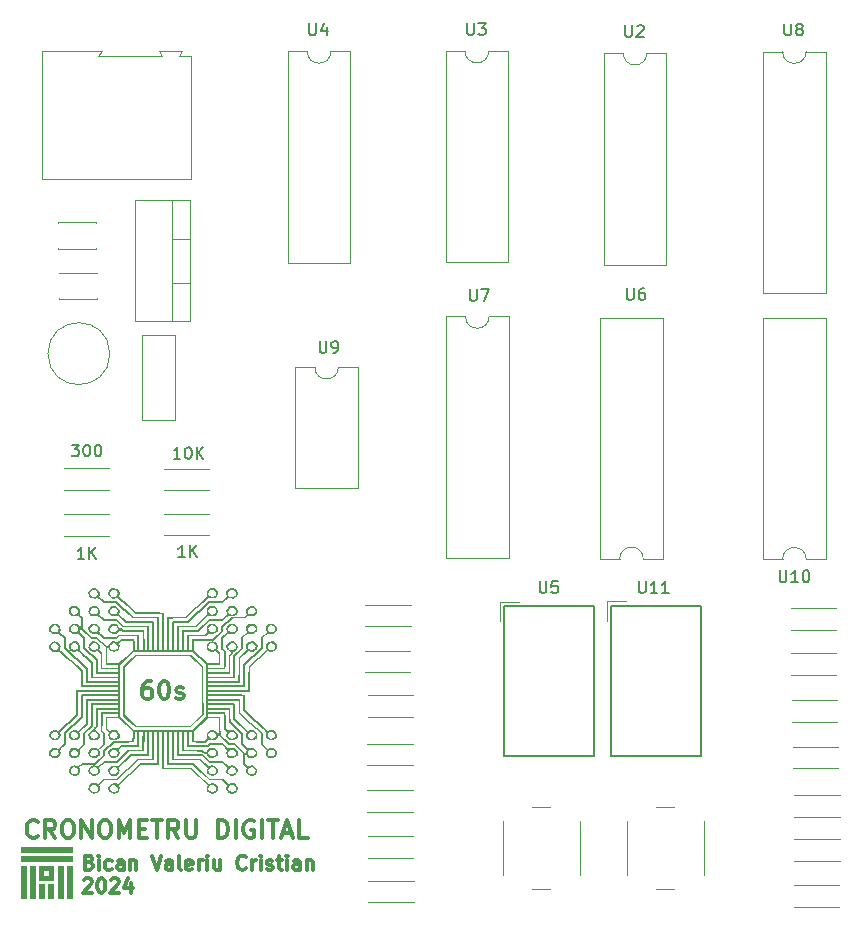
<source format=gbr>
%TF.GenerationSoftware,KiCad,Pcbnew,8.0.2*%
%TF.CreationDate,2024-05-14T22:55:47+03:00*%
%TF.ProjectId,practica,70726163-7469-4636-912e-6b696361645f,rev?*%
%TF.SameCoordinates,Original*%
%TF.FileFunction,Legend,Top*%
%TF.FilePolarity,Positive*%
%FSLAX46Y46*%
G04 Gerber Fmt 4.6, Leading zero omitted, Abs format (unit mm)*
G04 Created by KiCad (PCBNEW 8.0.2) date 2024-05-14 22:55:47*
%MOMM*%
%LPD*%
G01*
G04 APERTURE LIST*
%ADD10C,0.300000*%
%ADD11C,0.150000*%
%ADD12C,0.000000*%
%ADD13C,0.120000*%
G04 APERTURE END LIST*
D10*
X150848780Y-99530771D02*
X150777352Y-99602200D01*
X150777352Y-99602200D02*
X150563066Y-99673628D01*
X150563066Y-99673628D02*
X150420209Y-99673628D01*
X150420209Y-99673628D02*
X150205923Y-99602200D01*
X150205923Y-99602200D02*
X150063066Y-99459342D01*
X150063066Y-99459342D02*
X149991637Y-99316485D01*
X149991637Y-99316485D02*
X149920209Y-99030771D01*
X149920209Y-99030771D02*
X149920209Y-98816485D01*
X149920209Y-98816485D02*
X149991637Y-98530771D01*
X149991637Y-98530771D02*
X150063066Y-98387914D01*
X150063066Y-98387914D02*
X150205923Y-98245057D01*
X150205923Y-98245057D02*
X150420209Y-98173628D01*
X150420209Y-98173628D02*
X150563066Y-98173628D01*
X150563066Y-98173628D02*
X150777352Y-98245057D01*
X150777352Y-98245057D02*
X150848780Y-98316485D01*
X152348780Y-99673628D02*
X151848780Y-98959342D01*
X151491637Y-99673628D02*
X151491637Y-98173628D01*
X151491637Y-98173628D02*
X152063066Y-98173628D01*
X152063066Y-98173628D02*
X152205923Y-98245057D01*
X152205923Y-98245057D02*
X152277352Y-98316485D01*
X152277352Y-98316485D02*
X152348780Y-98459342D01*
X152348780Y-98459342D02*
X152348780Y-98673628D01*
X152348780Y-98673628D02*
X152277352Y-98816485D01*
X152277352Y-98816485D02*
X152205923Y-98887914D01*
X152205923Y-98887914D02*
X152063066Y-98959342D01*
X152063066Y-98959342D02*
X151491637Y-98959342D01*
X153277352Y-98173628D02*
X153563066Y-98173628D01*
X153563066Y-98173628D02*
X153705923Y-98245057D01*
X153705923Y-98245057D02*
X153848780Y-98387914D01*
X153848780Y-98387914D02*
X153920209Y-98673628D01*
X153920209Y-98673628D02*
X153920209Y-99173628D01*
X153920209Y-99173628D02*
X153848780Y-99459342D01*
X153848780Y-99459342D02*
X153705923Y-99602200D01*
X153705923Y-99602200D02*
X153563066Y-99673628D01*
X153563066Y-99673628D02*
X153277352Y-99673628D01*
X153277352Y-99673628D02*
X153134495Y-99602200D01*
X153134495Y-99602200D02*
X152991637Y-99459342D01*
X152991637Y-99459342D02*
X152920209Y-99173628D01*
X152920209Y-99173628D02*
X152920209Y-98673628D01*
X152920209Y-98673628D02*
X152991637Y-98387914D01*
X152991637Y-98387914D02*
X153134495Y-98245057D01*
X153134495Y-98245057D02*
X153277352Y-98173628D01*
X154563066Y-99673628D02*
X154563066Y-98173628D01*
X154563066Y-98173628D02*
X155420209Y-99673628D01*
X155420209Y-99673628D02*
X155420209Y-98173628D01*
X156420210Y-98173628D02*
X156705924Y-98173628D01*
X156705924Y-98173628D02*
X156848781Y-98245057D01*
X156848781Y-98245057D02*
X156991638Y-98387914D01*
X156991638Y-98387914D02*
X157063067Y-98673628D01*
X157063067Y-98673628D02*
X157063067Y-99173628D01*
X157063067Y-99173628D02*
X156991638Y-99459342D01*
X156991638Y-99459342D02*
X156848781Y-99602200D01*
X156848781Y-99602200D02*
X156705924Y-99673628D01*
X156705924Y-99673628D02*
X156420210Y-99673628D01*
X156420210Y-99673628D02*
X156277353Y-99602200D01*
X156277353Y-99602200D02*
X156134495Y-99459342D01*
X156134495Y-99459342D02*
X156063067Y-99173628D01*
X156063067Y-99173628D02*
X156063067Y-98673628D01*
X156063067Y-98673628D02*
X156134495Y-98387914D01*
X156134495Y-98387914D02*
X156277353Y-98245057D01*
X156277353Y-98245057D02*
X156420210Y-98173628D01*
X157705924Y-99673628D02*
X157705924Y-98173628D01*
X157705924Y-98173628D02*
X158205924Y-99245057D01*
X158205924Y-99245057D02*
X158705924Y-98173628D01*
X158705924Y-98173628D02*
X158705924Y-99673628D01*
X159420210Y-98887914D02*
X159920210Y-98887914D01*
X160134496Y-99673628D02*
X159420210Y-99673628D01*
X159420210Y-99673628D02*
X159420210Y-98173628D01*
X159420210Y-98173628D02*
X160134496Y-98173628D01*
X160563068Y-98173628D02*
X161420211Y-98173628D01*
X160991639Y-99673628D02*
X160991639Y-98173628D01*
X162777353Y-99673628D02*
X162277353Y-98959342D01*
X161920210Y-99673628D02*
X161920210Y-98173628D01*
X161920210Y-98173628D02*
X162491639Y-98173628D01*
X162491639Y-98173628D02*
X162634496Y-98245057D01*
X162634496Y-98245057D02*
X162705925Y-98316485D01*
X162705925Y-98316485D02*
X162777353Y-98459342D01*
X162777353Y-98459342D02*
X162777353Y-98673628D01*
X162777353Y-98673628D02*
X162705925Y-98816485D01*
X162705925Y-98816485D02*
X162634496Y-98887914D01*
X162634496Y-98887914D02*
X162491639Y-98959342D01*
X162491639Y-98959342D02*
X161920210Y-98959342D01*
X163420210Y-98173628D02*
X163420210Y-99387914D01*
X163420210Y-99387914D02*
X163491639Y-99530771D01*
X163491639Y-99530771D02*
X163563068Y-99602200D01*
X163563068Y-99602200D02*
X163705925Y-99673628D01*
X163705925Y-99673628D02*
X163991639Y-99673628D01*
X163991639Y-99673628D02*
X164134496Y-99602200D01*
X164134496Y-99602200D02*
X164205925Y-99530771D01*
X164205925Y-99530771D02*
X164277353Y-99387914D01*
X164277353Y-99387914D02*
X164277353Y-98173628D01*
X166134496Y-99673628D02*
X166134496Y-98173628D01*
X166134496Y-98173628D02*
X166491639Y-98173628D01*
X166491639Y-98173628D02*
X166705925Y-98245057D01*
X166705925Y-98245057D02*
X166848782Y-98387914D01*
X166848782Y-98387914D02*
X166920211Y-98530771D01*
X166920211Y-98530771D02*
X166991639Y-98816485D01*
X166991639Y-98816485D02*
X166991639Y-99030771D01*
X166991639Y-99030771D02*
X166920211Y-99316485D01*
X166920211Y-99316485D02*
X166848782Y-99459342D01*
X166848782Y-99459342D02*
X166705925Y-99602200D01*
X166705925Y-99602200D02*
X166491639Y-99673628D01*
X166491639Y-99673628D02*
X166134496Y-99673628D01*
X167634496Y-99673628D02*
X167634496Y-98173628D01*
X169134497Y-98245057D02*
X168991640Y-98173628D01*
X168991640Y-98173628D02*
X168777354Y-98173628D01*
X168777354Y-98173628D02*
X168563068Y-98245057D01*
X168563068Y-98245057D02*
X168420211Y-98387914D01*
X168420211Y-98387914D02*
X168348782Y-98530771D01*
X168348782Y-98530771D02*
X168277354Y-98816485D01*
X168277354Y-98816485D02*
X168277354Y-99030771D01*
X168277354Y-99030771D02*
X168348782Y-99316485D01*
X168348782Y-99316485D02*
X168420211Y-99459342D01*
X168420211Y-99459342D02*
X168563068Y-99602200D01*
X168563068Y-99602200D02*
X168777354Y-99673628D01*
X168777354Y-99673628D02*
X168920211Y-99673628D01*
X168920211Y-99673628D02*
X169134497Y-99602200D01*
X169134497Y-99602200D02*
X169205925Y-99530771D01*
X169205925Y-99530771D02*
X169205925Y-99030771D01*
X169205925Y-99030771D02*
X168920211Y-99030771D01*
X169848782Y-99673628D02*
X169848782Y-98173628D01*
X170348783Y-98173628D02*
X171205926Y-98173628D01*
X170777354Y-99673628D02*
X170777354Y-98173628D01*
X171634497Y-99245057D02*
X172348783Y-99245057D01*
X171491640Y-99673628D02*
X171991640Y-98173628D01*
X171991640Y-98173628D02*
X172491640Y-99673628D01*
X173705925Y-99673628D02*
X172991639Y-99673628D01*
X172991639Y-99673628D02*
X172991639Y-98173628D01*
X155222409Y-101747238D02*
X155393837Y-101804381D01*
X155393837Y-101804381D02*
X155450980Y-101861524D01*
X155450980Y-101861524D02*
X155508123Y-101975809D01*
X155508123Y-101975809D02*
X155508123Y-102147238D01*
X155508123Y-102147238D02*
X155450980Y-102261524D01*
X155450980Y-102261524D02*
X155393837Y-102318667D01*
X155393837Y-102318667D02*
X155279552Y-102375809D01*
X155279552Y-102375809D02*
X154822409Y-102375809D01*
X154822409Y-102375809D02*
X154822409Y-101175809D01*
X154822409Y-101175809D02*
X155222409Y-101175809D01*
X155222409Y-101175809D02*
X155336695Y-101232952D01*
X155336695Y-101232952D02*
X155393837Y-101290095D01*
X155393837Y-101290095D02*
X155450980Y-101404381D01*
X155450980Y-101404381D02*
X155450980Y-101518667D01*
X155450980Y-101518667D02*
X155393837Y-101632952D01*
X155393837Y-101632952D02*
X155336695Y-101690095D01*
X155336695Y-101690095D02*
X155222409Y-101747238D01*
X155222409Y-101747238D02*
X154822409Y-101747238D01*
X156022409Y-102375809D02*
X156022409Y-101575809D01*
X156022409Y-101175809D02*
X155965266Y-101232952D01*
X155965266Y-101232952D02*
X156022409Y-101290095D01*
X156022409Y-101290095D02*
X156079552Y-101232952D01*
X156079552Y-101232952D02*
X156022409Y-101175809D01*
X156022409Y-101175809D02*
X156022409Y-101290095D01*
X157108124Y-102318667D02*
X156993838Y-102375809D01*
X156993838Y-102375809D02*
X156765266Y-102375809D01*
X156765266Y-102375809D02*
X156650981Y-102318667D01*
X156650981Y-102318667D02*
X156593838Y-102261524D01*
X156593838Y-102261524D02*
X156536695Y-102147238D01*
X156536695Y-102147238D02*
X156536695Y-101804381D01*
X156536695Y-101804381D02*
X156593838Y-101690095D01*
X156593838Y-101690095D02*
X156650981Y-101632952D01*
X156650981Y-101632952D02*
X156765266Y-101575809D01*
X156765266Y-101575809D02*
X156993838Y-101575809D01*
X156993838Y-101575809D02*
X157108124Y-101632952D01*
X158136695Y-102375809D02*
X158136695Y-101747238D01*
X158136695Y-101747238D02*
X158079552Y-101632952D01*
X158079552Y-101632952D02*
X157965266Y-101575809D01*
X157965266Y-101575809D02*
X157736695Y-101575809D01*
X157736695Y-101575809D02*
X157622409Y-101632952D01*
X158136695Y-102318667D02*
X158022409Y-102375809D01*
X158022409Y-102375809D02*
X157736695Y-102375809D01*
X157736695Y-102375809D02*
X157622409Y-102318667D01*
X157622409Y-102318667D02*
X157565266Y-102204381D01*
X157565266Y-102204381D02*
X157565266Y-102090095D01*
X157565266Y-102090095D02*
X157622409Y-101975809D01*
X157622409Y-101975809D02*
X157736695Y-101918667D01*
X157736695Y-101918667D02*
X158022409Y-101918667D01*
X158022409Y-101918667D02*
X158136695Y-101861524D01*
X158708123Y-101575809D02*
X158708123Y-102375809D01*
X158708123Y-101690095D02*
X158765266Y-101632952D01*
X158765266Y-101632952D02*
X158879551Y-101575809D01*
X158879551Y-101575809D02*
X159050980Y-101575809D01*
X159050980Y-101575809D02*
X159165266Y-101632952D01*
X159165266Y-101632952D02*
X159222409Y-101747238D01*
X159222409Y-101747238D02*
X159222409Y-102375809D01*
X160536694Y-101175809D02*
X160936694Y-102375809D01*
X160936694Y-102375809D02*
X161336694Y-101175809D01*
X162250980Y-102375809D02*
X162250980Y-101747238D01*
X162250980Y-101747238D02*
X162193837Y-101632952D01*
X162193837Y-101632952D02*
X162079551Y-101575809D01*
X162079551Y-101575809D02*
X161850980Y-101575809D01*
X161850980Y-101575809D02*
X161736694Y-101632952D01*
X162250980Y-102318667D02*
X162136694Y-102375809D01*
X162136694Y-102375809D02*
X161850980Y-102375809D01*
X161850980Y-102375809D02*
X161736694Y-102318667D01*
X161736694Y-102318667D02*
X161679551Y-102204381D01*
X161679551Y-102204381D02*
X161679551Y-102090095D01*
X161679551Y-102090095D02*
X161736694Y-101975809D01*
X161736694Y-101975809D02*
X161850980Y-101918667D01*
X161850980Y-101918667D02*
X162136694Y-101918667D01*
X162136694Y-101918667D02*
X162250980Y-101861524D01*
X162993836Y-102375809D02*
X162879551Y-102318667D01*
X162879551Y-102318667D02*
X162822408Y-102204381D01*
X162822408Y-102204381D02*
X162822408Y-101175809D01*
X163908122Y-102318667D02*
X163793836Y-102375809D01*
X163793836Y-102375809D02*
X163565265Y-102375809D01*
X163565265Y-102375809D02*
X163450979Y-102318667D01*
X163450979Y-102318667D02*
X163393836Y-102204381D01*
X163393836Y-102204381D02*
X163393836Y-101747238D01*
X163393836Y-101747238D02*
X163450979Y-101632952D01*
X163450979Y-101632952D02*
X163565265Y-101575809D01*
X163565265Y-101575809D02*
X163793836Y-101575809D01*
X163793836Y-101575809D02*
X163908122Y-101632952D01*
X163908122Y-101632952D02*
X163965265Y-101747238D01*
X163965265Y-101747238D02*
X163965265Y-101861524D01*
X163965265Y-101861524D02*
X163393836Y-101975809D01*
X164479550Y-102375809D02*
X164479550Y-101575809D01*
X164479550Y-101804381D02*
X164536693Y-101690095D01*
X164536693Y-101690095D02*
X164593836Y-101632952D01*
X164593836Y-101632952D02*
X164708121Y-101575809D01*
X164708121Y-101575809D02*
X164822407Y-101575809D01*
X165222407Y-102375809D02*
X165222407Y-101575809D01*
X165222407Y-101175809D02*
X165165264Y-101232952D01*
X165165264Y-101232952D02*
X165222407Y-101290095D01*
X165222407Y-101290095D02*
X165279550Y-101232952D01*
X165279550Y-101232952D02*
X165222407Y-101175809D01*
X165222407Y-101175809D02*
X165222407Y-101290095D01*
X166308122Y-101575809D02*
X166308122Y-102375809D01*
X165793836Y-101575809D02*
X165793836Y-102204381D01*
X165793836Y-102204381D02*
X165850979Y-102318667D01*
X165850979Y-102318667D02*
X165965264Y-102375809D01*
X165965264Y-102375809D02*
X166136693Y-102375809D01*
X166136693Y-102375809D02*
X166250979Y-102318667D01*
X166250979Y-102318667D02*
X166308122Y-102261524D01*
X168479550Y-102261524D02*
X168422407Y-102318667D01*
X168422407Y-102318667D02*
X168250979Y-102375809D01*
X168250979Y-102375809D02*
X168136693Y-102375809D01*
X168136693Y-102375809D02*
X167965264Y-102318667D01*
X167965264Y-102318667D02*
X167850979Y-102204381D01*
X167850979Y-102204381D02*
X167793836Y-102090095D01*
X167793836Y-102090095D02*
X167736693Y-101861524D01*
X167736693Y-101861524D02*
X167736693Y-101690095D01*
X167736693Y-101690095D02*
X167793836Y-101461524D01*
X167793836Y-101461524D02*
X167850979Y-101347238D01*
X167850979Y-101347238D02*
X167965264Y-101232952D01*
X167965264Y-101232952D02*
X168136693Y-101175809D01*
X168136693Y-101175809D02*
X168250979Y-101175809D01*
X168250979Y-101175809D02*
X168422407Y-101232952D01*
X168422407Y-101232952D02*
X168479550Y-101290095D01*
X168993836Y-102375809D02*
X168993836Y-101575809D01*
X168993836Y-101804381D02*
X169050979Y-101690095D01*
X169050979Y-101690095D02*
X169108122Y-101632952D01*
X169108122Y-101632952D02*
X169222407Y-101575809D01*
X169222407Y-101575809D02*
X169336693Y-101575809D01*
X169736693Y-102375809D02*
X169736693Y-101575809D01*
X169736693Y-101175809D02*
X169679550Y-101232952D01*
X169679550Y-101232952D02*
X169736693Y-101290095D01*
X169736693Y-101290095D02*
X169793836Y-101232952D01*
X169793836Y-101232952D02*
X169736693Y-101175809D01*
X169736693Y-101175809D02*
X169736693Y-101290095D01*
X170250979Y-102318667D02*
X170365265Y-102375809D01*
X170365265Y-102375809D02*
X170593836Y-102375809D01*
X170593836Y-102375809D02*
X170708122Y-102318667D01*
X170708122Y-102318667D02*
X170765265Y-102204381D01*
X170765265Y-102204381D02*
X170765265Y-102147238D01*
X170765265Y-102147238D02*
X170708122Y-102032952D01*
X170708122Y-102032952D02*
X170593836Y-101975809D01*
X170593836Y-101975809D02*
X170422408Y-101975809D01*
X170422408Y-101975809D02*
X170308122Y-101918667D01*
X170308122Y-101918667D02*
X170250979Y-101804381D01*
X170250979Y-101804381D02*
X170250979Y-101747238D01*
X170250979Y-101747238D02*
X170308122Y-101632952D01*
X170308122Y-101632952D02*
X170422408Y-101575809D01*
X170422408Y-101575809D02*
X170593836Y-101575809D01*
X170593836Y-101575809D02*
X170708122Y-101632952D01*
X171108122Y-101575809D02*
X171565265Y-101575809D01*
X171279551Y-101175809D02*
X171279551Y-102204381D01*
X171279551Y-102204381D02*
X171336694Y-102318667D01*
X171336694Y-102318667D02*
X171450979Y-102375809D01*
X171450979Y-102375809D02*
X171565265Y-102375809D01*
X171965265Y-102375809D02*
X171965265Y-101575809D01*
X171965265Y-101175809D02*
X171908122Y-101232952D01*
X171908122Y-101232952D02*
X171965265Y-101290095D01*
X171965265Y-101290095D02*
X172022408Y-101232952D01*
X172022408Y-101232952D02*
X171965265Y-101175809D01*
X171965265Y-101175809D02*
X171965265Y-101290095D01*
X173050980Y-102375809D02*
X173050980Y-101747238D01*
X173050980Y-101747238D02*
X172993837Y-101632952D01*
X172993837Y-101632952D02*
X172879551Y-101575809D01*
X172879551Y-101575809D02*
X172650980Y-101575809D01*
X172650980Y-101575809D02*
X172536694Y-101632952D01*
X173050980Y-102318667D02*
X172936694Y-102375809D01*
X172936694Y-102375809D02*
X172650980Y-102375809D01*
X172650980Y-102375809D02*
X172536694Y-102318667D01*
X172536694Y-102318667D02*
X172479551Y-102204381D01*
X172479551Y-102204381D02*
X172479551Y-102090095D01*
X172479551Y-102090095D02*
X172536694Y-101975809D01*
X172536694Y-101975809D02*
X172650980Y-101918667D01*
X172650980Y-101918667D02*
X172936694Y-101918667D01*
X172936694Y-101918667D02*
X173050980Y-101861524D01*
X173622408Y-101575809D02*
X173622408Y-102375809D01*
X173622408Y-101690095D02*
X173679551Y-101632952D01*
X173679551Y-101632952D02*
X173793836Y-101575809D01*
X173793836Y-101575809D02*
X173965265Y-101575809D01*
X173965265Y-101575809D02*
X174079551Y-101632952D01*
X174079551Y-101632952D02*
X174136694Y-101747238D01*
X174136694Y-101747238D02*
X174136694Y-102375809D01*
X154765266Y-103222028D02*
X154822409Y-103164885D01*
X154822409Y-103164885D02*
X154936695Y-103107742D01*
X154936695Y-103107742D02*
X155222409Y-103107742D01*
X155222409Y-103107742D02*
X155336695Y-103164885D01*
X155336695Y-103164885D02*
X155393837Y-103222028D01*
X155393837Y-103222028D02*
X155450980Y-103336314D01*
X155450980Y-103336314D02*
X155450980Y-103450600D01*
X155450980Y-103450600D02*
X155393837Y-103622028D01*
X155393837Y-103622028D02*
X154708123Y-104307742D01*
X154708123Y-104307742D02*
X155450980Y-104307742D01*
X156193837Y-103107742D02*
X156308123Y-103107742D01*
X156308123Y-103107742D02*
X156422409Y-103164885D01*
X156422409Y-103164885D02*
X156479552Y-103222028D01*
X156479552Y-103222028D02*
X156536694Y-103336314D01*
X156536694Y-103336314D02*
X156593837Y-103564885D01*
X156593837Y-103564885D02*
X156593837Y-103850600D01*
X156593837Y-103850600D02*
X156536694Y-104079171D01*
X156536694Y-104079171D02*
X156479552Y-104193457D01*
X156479552Y-104193457D02*
X156422409Y-104250600D01*
X156422409Y-104250600D02*
X156308123Y-104307742D01*
X156308123Y-104307742D02*
X156193837Y-104307742D01*
X156193837Y-104307742D02*
X156079552Y-104250600D01*
X156079552Y-104250600D02*
X156022409Y-104193457D01*
X156022409Y-104193457D02*
X155965266Y-104079171D01*
X155965266Y-104079171D02*
X155908123Y-103850600D01*
X155908123Y-103850600D02*
X155908123Y-103564885D01*
X155908123Y-103564885D02*
X155965266Y-103336314D01*
X155965266Y-103336314D02*
X156022409Y-103222028D01*
X156022409Y-103222028D02*
X156079552Y-103164885D01*
X156079552Y-103164885D02*
X156193837Y-103107742D01*
X157050980Y-103222028D02*
X157108123Y-103164885D01*
X157108123Y-103164885D02*
X157222409Y-103107742D01*
X157222409Y-103107742D02*
X157508123Y-103107742D01*
X157508123Y-103107742D02*
X157622409Y-103164885D01*
X157622409Y-103164885D02*
X157679551Y-103222028D01*
X157679551Y-103222028D02*
X157736694Y-103336314D01*
X157736694Y-103336314D02*
X157736694Y-103450600D01*
X157736694Y-103450600D02*
X157679551Y-103622028D01*
X157679551Y-103622028D02*
X156993837Y-104307742D01*
X156993837Y-104307742D02*
X157736694Y-104307742D01*
X158765266Y-103507742D02*
X158765266Y-104307742D01*
X158479551Y-103050600D02*
X158193837Y-103907742D01*
X158193837Y-103907742D02*
X158936694Y-103907742D01*
X160432086Y-86401928D02*
X160146371Y-86401928D01*
X160146371Y-86401928D02*
X160003514Y-86473357D01*
X160003514Y-86473357D02*
X159932086Y-86544785D01*
X159932086Y-86544785D02*
X159789228Y-86759071D01*
X159789228Y-86759071D02*
X159717800Y-87044785D01*
X159717800Y-87044785D02*
X159717800Y-87616214D01*
X159717800Y-87616214D02*
X159789228Y-87759071D01*
X159789228Y-87759071D02*
X159860657Y-87830500D01*
X159860657Y-87830500D02*
X160003514Y-87901928D01*
X160003514Y-87901928D02*
X160289228Y-87901928D01*
X160289228Y-87901928D02*
X160432086Y-87830500D01*
X160432086Y-87830500D02*
X160503514Y-87759071D01*
X160503514Y-87759071D02*
X160574943Y-87616214D01*
X160574943Y-87616214D02*
X160574943Y-87259071D01*
X160574943Y-87259071D02*
X160503514Y-87116214D01*
X160503514Y-87116214D02*
X160432086Y-87044785D01*
X160432086Y-87044785D02*
X160289228Y-86973357D01*
X160289228Y-86973357D02*
X160003514Y-86973357D01*
X160003514Y-86973357D02*
X159860657Y-87044785D01*
X159860657Y-87044785D02*
X159789228Y-87116214D01*
X159789228Y-87116214D02*
X159717800Y-87259071D01*
X161503514Y-86401928D02*
X161646371Y-86401928D01*
X161646371Y-86401928D02*
X161789228Y-86473357D01*
X161789228Y-86473357D02*
X161860657Y-86544785D01*
X161860657Y-86544785D02*
X161932085Y-86687642D01*
X161932085Y-86687642D02*
X162003514Y-86973357D01*
X162003514Y-86973357D02*
X162003514Y-87330500D01*
X162003514Y-87330500D02*
X161932085Y-87616214D01*
X161932085Y-87616214D02*
X161860657Y-87759071D01*
X161860657Y-87759071D02*
X161789228Y-87830500D01*
X161789228Y-87830500D02*
X161646371Y-87901928D01*
X161646371Y-87901928D02*
X161503514Y-87901928D01*
X161503514Y-87901928D02*
X161360657Y-87830500D01*
X161360657Y-87830500D02*
X161289228Y-87759071D01*
X161289228Y-87759071D02*
X161217799Y-87616214D01*
X161217799Y-87616214D02*
X161146371Y-87330500D01*
X161146371Y-87330500D02*
X161146371Y-86973357D01*
X161146371Y-86973357D02*
X161217799Y-86687642D01*
X161217799Y-86687642D02*
X161289228Y-86544785D01*
X161289228Y-86544785D02*
X161360657Y-86473357D01*
X161360657Y-86473357D02*
X161503514Y-86401928D01*
X162574942Y-87830500D02*
X162717799Y-87901928D01*
X162717799Y-87901928D02*
X163003513Y-87901928D01*
X163003513Y-87901928D02*
X163146370Y-87830500D01*
X163146370Y-87830500D02*
X163217799Y-87687642D01*
X163217799Y-87687642D02*
X163217799Y-87616214D01*
X163217799Y-87616214D02*
X163146370Y-87473357D01*
X163146370Y-87473357D02*
X163003513Y-87401928D01*
X163003513Y-87401928D02*
X162789228Y-87401928D01*
X162789228Y-87401928D02*
X162646370Y-87330500D01*
X162646370Y-87330500D02*
X162574942Y-87187642D01*
X162574942Y-87187642D02*
X162574942Y-87116214D01*
X162574942Y-87116214D02*
X162646370Y-86973357D01*
X162646370Y-86973357D02*
X162789228Y-86901928D01*
X162789228Y-86901928D02*
X163003513Y-86901928D01*
X163003513Y-86901928D02*
X163146370Y-86973357D01*
D11*
X200593895Y-30869619D02*
X200593895Y-31679142D01*
X200593895Y-31679142D02*
X200641514Y-31774380D01*
X200641514Y-31774380D02*
X200689133Y-31822000D01*
X200689133Y-31822000D02*
X200784371Y-31869619D01*
X200784371Y-31869619D02*
X200974847Y-31869619D01*
X200974847Y-31869619D02*
X201070085Y-31822000D01*
X201070085Y-31822000D02*
X201117704Y-31774380D01*
X201117704Y-31774380D02*
X201165323Y-31679142D01*
X201165323Y-31679142D02*
X201165323Y-30869619D01*
X201593895Y-30964857D02*
X201641514Y-30917238D01*
X201641514Y-30917238D02*
X201736752Y-30869619D01*
X201736752Y-30869619D02*
X201974847Y-30869619D01*
X201974847Y-30869619D02*
X202070085Y-30917238D01*
X202070085Y-30917238D02*
X202117704Y-30964857D01*
X202117704Y-30964857D02*
X202165323Y-31060095D01*
X202165323Y-31060095D02*
X202165323Y-31155333D01*
X202165323Y-31155333D02*
X202117704Y-31298190D01*
X202117704Y-31298190D02*
X201546276Y-31869619D01*
X201546276Y-31869619D02*
X202165323Y-31869619D01*
X154801914Y-76070619D02*
X154230486Y-76070619D01*
X154516200Y-76070619D02*
X154516200Y-75070619D01*
X154516200Y-75070619D02*
X154420962Y-75213476D01*
X154420962Y-75213476D02*
X154325724Y-75308714D01*
X154325724Y-75308714D02*
X154230486Y-75356333D01*
X155230486Y-76070619D02*
X155230486Y-75070619D01*
X155801914Y-76070619D02*
X155373343Y-75499190D01*
X155801914Y-75070619D02*
X155230486Y-75642047D01*
X162936323Y-67587019D02*
X162364895Y-67587019D01*
X162650609Y-67587019D02*
X162650609Y-66587019D01*
X162650609Y-66587019D02*
X162555371Y-66729876D01*
X162555371Y-66729876D02*
X162460133Y-66825114D01*
X162460133Y-66825114D02*
X162364895Y-66872733D01*
X163555371Y-66587019D02*
X163650609Y-66587019D01*
X163650609Y-66587019D02*
X163745847Y-66634638D01*
X163745847Y-66634638D02*
X163793466Y-66682257D01*
X163793466Y-66682257D02*
X163841085Y-66777495D01*
X163841085Y-66777495D02*
X163888704Y-66967971D01*
X163888704Y-66967971D02*
X163888704Y-67206066D01*
X163888704Y-67206066D02*
X163841085Y-67396542D01*
X163841085Y-67396542D02*
X163793466Y-67491780D01*
X163793466Y-67491780D02*
X163745847Y-67539400D01*
X163745847Y-67539400D02*
X163650609Y-67587019D01*
X163650609Y-67587019D02*
X163555371Y-67587019D01*
X163555371Y-67587019D02*
X163460133Y-67539400D01*
X163460133Y-67539400D02*
X163412514Y-67491780D01*
X163412514Y-67491780D02*
X163364895Y-67396542D01*
X163364895Y-67396542D02*
X163317276Y-67206066D01*
X163317276Y-67206066D02*
X163317276Y-66967971D01*
X163317276Y-66967971D02*
X163364895Y-66777495D01*
X163364895Y-66777495D02*
X163412514Y-66682257D01*
X163412514Y-66682257D02*
X163460133Y-66634638D01*
X163460133Y-66634638D02*
X163555371Y-66587019D01*
X164317276Y-67587019D02*
X164317276Y-66587019D01*
X164888704Y-67587019D02*
X164460133Y-67015590D01*
X164888704Y-66587019D02*
X164317276Y-67158447D01*
X173837695Y-30722219D02*
X173837695Y-31531742D01*
X173837695Y-31531742D02*
X173885314Y-31626980D01*
X173885314Y-31626980D02*
X173932933Y-31674600D01*
X173932933Y-31674600D02*
X174028171Y-31722219D01*
X174028171Y-31722219D02*
X174218647Y-31722219D01*
X174218647Y-31722219D02*
X174313885Y-31674600D01*
X174313885Y-31674600D02*
X174361504Y-31626980D01*
X174361504Y-31626980D02*
X174409123Y-31531742D01*
X174409123Y-31531742D02*
X174409123Y-30722219D01*
X175313885Y-31055552D02*
X175313885Y-31722219D01*
X175075790Y-30674600D02*
X174837695Y-31388885D01*
X174837695Y-31388885D02*
X175456742Y-31388885D01*
X187452095Y-53226619D02*
X187452095Y-54036142D01*
X187452095Y-54036142D02*
X187499714Y-54131380D01*
X187499714Y-54131380D02*
X187547333Y-54179000D01*
X187547333Y-54179000D02*
X187642571Y-54226619D01*
X187642571Y-54226619D02*
X187833047Y-54226619D01*
X187833047Y-54226619D02*
X187928285Y-54179000D01*
X187928285Y-54179000D02*
X187975904Y-54131380D01*
X187975904Y-54131380D02*
X188023523Y-54036142D01*
X188023523Y-54036142D02*
X188023523Y-53226619D01*
X188404476Y-53226619D02*
X189071142Y-53226619D01*
X189071142Y-53226619D02*
X188642571Y-54226619D01*
X163336314Y-75918219D02*
X162764886Y-75918219D01*
X163050600Y-75918219D02*
X163050600Y-74918219D01*
X163050600Y-74918219D02*
X162955362Y-75061076D01*
X162955362Y-75061076D02*
X162860124Y-75156314D01*
X162860124Y-75156314D02*
X162764886Y-75203933D01*
X163764886Y-75918219D02*
X163764886Y-74918219D01*
X164336314Y-75918219D02*
X163907743Y-75346790D01*
X164336314Y-74918219D02*
X163764886Y-75489647D01*
X213671305Y-77026419D02*
X213671305Y-77835942D01*
X213671305Y-77835942D02*
X213718924Y-77931180D01*
X213718924Y-77931180D02*
X213766543Y-77978800D01*
X213766543Y-77978800D02*
X213861781Y-78026419D01*
X213861781Y-78026419D02*
X214052257Y-78026419D01*
X214052257Y-78026419D02*
X214147495Y-77978800D01*
X214147495Y-77978800D02*
X214195114Y-77931180D01*
X214195114Y-77931180D02*
X214242733Y-77835942D01*
X214242733Y-77835942D02*
X214242733Y-77026419D01*
X215242733Y-78026419D02*
X214671305Y-78026419D01*
X214957019Y-78026419D02*
X214957019Y-77026419D01*
X214957019Y-77026419D02*
X214861781Y-77169276D01*
X214861781Y-77169276D02*
X214766543Y-77264514D01*
X214766543Y-77264514D02*
X214671305Y-77312133D01*
X215861781Y-77026419D02*
X215957019Y-77026419D01*
X215957019Y-77026419D02*
X216052257Y-77074038D01*
X216052257Y-77074038D02*
X216099876Y-77121657D01*
X216099876Y-77121657D02*
X216147495Y-77216895D01*
X216147495Y-77216895D02*
X216195114Y-77407371D01*
X216195114Y-77407371D02*
X216195114Y-77645466D01*
X216195114Y-77645466D02*
X216147495Y-77835942D01*
X216147495Y-77835942D02*
X216099876Y-77931180D01*
X216099876Y-77931180D02*
X216052257Y-77978800D01*
X216052257Y-77978800D02*
X215957019Y-78026419D01*
X215957019Y-78026419D02*
X215861781Y-78026419D01*
X215861781Y-78026419D02*
X215766543Y-77978800D01*
X215766543Y-77978800D02*
X215718924Y-77931180D01*
X215718924Y-77931180D02*
X215671305Y-77835942D01*
X215671305Y-77835942D02*
X215623686Y-77645466D01*
X215623686Y-77645466D02*
X215623686Y-77407371D01*
X215623686Y-77407371D02*
X215671305Y-77216895D01*
X215671305Y-77216895D02*
X215718924Y-77121657D01*
X215718924Y-77121657D02*
X215766543Y-77074038D01*
X215766543Y-77074038D02*
X215861781Y-77026419D01*
X174726695Y-57620819D02*
X174726695Y-58430342D01*
X174726695Y-58430342D02*
X174774314Y-58525580D01*
X174774314Y-58525580D02*
X174821933Y-58573200D01*
X174821933Y-58573200D02*
X174917171Y-58620819D01*
X174917171Y-58620819D02*
X175107647Y-58620819D01*
X175107647Y-58620819D02*
X175202885Y-58573200D01*
X175202885Y-58573200D02*
X175250504Y-58525580D01*
X175250504Y-58525580D02*
X175298123Y-58430342D01*
X175298123Y-58430342D02*
X175298123Y-57620819D01*
X175821933Y-58620819D02*
X176012409Y-58620819D01*
X176012409Y-58620819D02*
X176107647Y-58573200D01*
X176107647Y-58573200D02*
X176155266Y-58525580D01*
X176155266Y-58525580D02*
X176250504Y-58382723D01*
X176250504Y-58382723D02*
X176298123Y-58192247D01*
X176298123Y-58192247D02*
X176298123Y-57811295D01*
X176298123Y-57811295D02*
X176250504Y-57716057D01*
X176250504Y-57716057D02*
X176202885Y-57668438D01*
X176202885Y-57668438D02*
X176107647Y-57620819D01*
X176107647Y-57620819D02*
X175917171Y-57620819D01*
X175917171Y-57620819D02*
X175821933Y-57668438D01*
X175821933Y-57668438D02*
X175774314Y-57716057D01*
X175774314Y-57716057D02*
X175726695Y-57811295D01*
X175726695Y-57811295D02*
X175726695Y-58049390D01*
X175726695Y-58049390D02*
X175774314Y-58144628D01*
X175774314Y-58144628D02*
X175821933Y-58192247D01*
X175821933Y-58192247D02*
X175917171Y-58239866D01*
X175917171Y-58239866D02*
X176107647Y-58239866D01*
X176107647Y-58239866D02*
X176202885Y-58192247D01*
X176202885Y-58192247D02*
X176250504Y-58144628D01*
X176250504Y-58144628D02*
X176298123Y-58049390D01*
X201758705Y-77940819D02*
X201758705Y-78750342D01*
X201758705Y-78750342D02*
X201806324Y-78845580D01*
X201806324Y-78845580D02*
X201853943Y-78893200D01*
X201853943Y-78893200D02*
X201949181Y-78940819D01*
X201949181Y-78940819D02*
X202139657Y-78940819D01*
X202139657Y-78940819D02*
X202234895Y-78893200D01*
X202234895Y-78893200D02*
X202282514Y-78845580D01*
X202282514Y-78845580D02*
X202330133Y-78750342D01*
X202330133Y-78750342D02*
X202330133Y-77940819D01*
X203330133Y-78940819D02*
X202758705Y-78940819D01*
X203044419Y-78940819D02*
X203044419Y-77940819D01*
X203044419Y-77940819D02*
X202949181Y-78083676D01*
X202949181Y-78083676D02*
X202853943Y-78178914D01*
X202853943Y-78178914D02*
X202758705Y-78226533D01*
X204282514Y-78940819D02*
X203711086Y-78940819D01*
X203996800Y-78940819D02*
X203996800Y-77940819D01*
X203996800Y-77940819D02*
X203901562Y-78083676D01*
X203901562Y-78083676D02*
X203806324Y-78178914D01*
X203806324Y-78178914D02*
X203711086Y-78226533D01*
X187208095Y-30691819D02*
X187208095Y-31501342D01*
X187208095Y-31501342D02*
X187255714Y-31596580D01*
X187255714Y-31596580D02*
X187303333Y-31644200D01*
X187303333Y-31644200D02*
X187398571Y-31691819D01*
X187398571Y-31691819D02*
X187589047Y-31691819D01*
X187589047Y-31691819D02*
X187684285Y-31644200D01*
X187684285Y-31644200D02*
X187731904Y-31596580D01*
X187731904Y-31596580D02*
X187779523Y-31501342D01*
X187779523Y-31501342D02*
X187779523Y-30691819D01*
X188160476Y-30691819D02*
X188779523Y-30691819D01*
X188779523Y-30691819D02*
X188446190Y-31072771D01*
X188446190Y-31072771D02*
X188589047Y-31072771D01*
X188589047Y-31072771D02*
X188684285Y-31120390D01*
X188684285Y-31120390D02*
X188731904Y-31168009D01*
X188731904Y-31168009D02*
X188779523Y-31263247D01*
X188779523Y-31263247D02*
X188779523Y-31501342D01*
X188779523Y-31501342D02*
X188731904Y-31596580D01*
X188731904Y-31596580D02*
X188684285Y-31644200D01*
X188684285Y-31644200D02*
X188589047Y-31691819D01*
X188589047Y-31691819D02*
X188303333Y-31691819D01*
X188303333Y-31691819D02*
X188208095Y-31644200D01*
X188208095Y-31644200D02*
X188160476Y-31596580D01*
X153730486Y-66383819D02*
X154349533Y-66383819D01*
X154349533Y-66383819D02*
X154016200Y-66764771D01*
X154016200Y-66764771D02*
X154159057Y-66764771D01*
X154159057Y-66764771D02*
X154254295Y-66812390D01*
X154254295Y-66812390D02*
X154301914Y-66860009D01*
X154301914Y-66860009D02*
X154349533Y-66955247D01*
X154349533Y-66955247D02*
X154349533Y-67193342D01*
X154349533Y-67193342D02*
X154301914Y-67288580D01*
X154301914Y-67288580D02*
X154254295Y-67336200D01*
X154254295Y-67336200D02*
X154159057Y-67383819D01*
X154159057Y-67383819D02*
X153873343Y-67383819D01*
X153873343Y-67383819D02*
X153778105Y-67336200D01*
X153778105Y-67336200D02*
X153730486Y-67288580D01*
X154968581Y-66383819D02*
X155063819Y-66383819D01*
X155063819Y-66383819D02*
X155159057Y-66431438D01*
X155159057Y-66431438D02*
X155206676Y-66479057D01*
X155206676Y-66479057D02*
X155254295Y-66574295D01*
X155254295Y-66574295D02*
X155301914Y-66764771D01*
X155301914Y-66764771D02*
X155301914Y-67002866D01*
X155301914Y-67002866D02*
X155254295Y-67193342D01*
X155254295Y-67193342D02*
X155206676Y-67288580D01*
X155206676Y-67288580D02*
X155159057Y-67336200D01*
X155159057Y-67336200D02*
X155063819Y-67383819D01*
X155063819Y-67383819D02*
X154968581Y-67383819D01*
X154968581Y-67383819D02*
X154873343Y-67336200D01*
X154873343Y-67336200D02*
X154825724Y-67288580D01*
X154825724Y-67288580D02*
X154778105Y-67193342D01*
X154778105Y-67193342D02*
X154730486Y-67002866D01*
X154730486Y-67002866D02*
X154730486Y-66764771D01*
X154730486Y-66764771D02*
X154778105Y-66574295D01*
X154778105Y-66574295D02*
X154825724Y-66479057D01*
X154825724Y-66479057D02*
X154873343Y-66431438D01*
X154873343Y-66431438D02*
X154968581Y-66383819D01*
X155920962Y-66383819D02*
X156016200Y-66383819D01*
X156016200Y-66383819D02*
X156111438Y-66431438D01*
X156111438Y-66431438D02*
X156159057Y-66479057D01*
X156159057Y-66479057D02*
X156206676Y-66574295D01*
X156206676Y-66574295D02*
X156254295Y-66764771D01*
X156254295Y-66764771D02*
X156254295Y-67002866D01*
X156254295Y-67002866D02*
X156206676Y-67193342D01*
X156206676Y-67193342D02*
X156159057Y-67288580D01*
X156159057Y-67288580D02*
X156111438Y-67336200D01*
X156111438Y-67336200D02*
X156016200Y-67383819D01*
X156016200Y-67383819D02*
X155920962Y-67383819D01*
X155920962Y-67383819D02*
X155825724Y-67336200D01*
X155825724Y-67336200D02*
X155778105Y-67288580D01*
X155778105Y-67288580D02*
X155730486Y-67193342D01*
X155730486Y-67193342D02*
X155682867Y-67002866D01*
X155682867Y-67002866D02*
X155682867Y-66764771D01*
X155682867Y-66764771D02*
X155730486Y-66574295D01*
X155730486Y-66574295D02*
X155778105Y-66479057D01*
X155778105Y-66479057D02*
X155825724Y-66431438D01*
X155825724Y-66431438D02*
X155920962Y-66383819D01*
X200736295Y-53125019D02*
X200736295Y-53934542D01*
X200736295Y-53934542D02*
X200783914Y-54029780D01*
X200783914Y-54029780D02*
X200831533Y-54077400D01*
X200831533Y-54077400D02*
X200926771Y-54125019D01*
X200926771Y-54125019D02*
X201117247Y-54125019D01*
X201117247Y-54125019D02*
X201212485Y-54077400D01*
X201212485Y-54077400D02*
X201260104Y-54029780D01*
X201260104Y-54029780D02*
X201307723Y-53934542D01*
X201307723Y-53934542D02*
X201307723Y-53125019D01*
X202212485Y-53125019D02*
X202022009Y-53125019D01*
X202022009Y-53125019D02*
X201926771Y-53172638D01*
X201926771Y-53172638D02*
X201879152Y-53220257D01*
X201879152Y-53220257D02*
X201783914Y-53363114D01*
X201783914Y-53363114D02*
X201736295Y-53553590D01*
X201736295Y-53553590D02*
X201736295Y-53934542D01*
X201736295Y-53934542D02*
X201783914Y-54029780D01*
X201783914Y-54029780D02*
X201831533Y-54077400D01*
X201831533Y-54077400D02*
X201926771Y-54125019D01*
X201926771Y-54125019D02*
X202117247Y-54125019D01*
X202117247Y-54125019D02*
X202212485Y-54077400D01*
X202212485Y-54077400D02*
X202260104Y-54029780D01*
X202260104Y-54029780D02*
X202307723Y-53934542D01*
X202307723Y-53934542D02*
X202307723Y-53696447D01*
X202307723Y-53696447D02*
X202260104Y-53601209D01*
X202260104Y-53601209D02*
X202212485Y-53553590D01*
X202212485Y-53553590D02*
X202117247Y-53505971D01*
X202117247Y-53505971D02*
X201926771Y-53505971D01*
X201926771Y-53505971D02*
X201831533Y-53553590D01*
X201831533Y-53553590D02*
X201783914Y-53601209D01*
X201783914Y-53601209D02*
X201736295Y-53696447D01*
X193344895Y-77940819D02*
X193344895Y-78750342D01*
X193344895Y-78750342D02*
X193392514Y-78845580D01*
X193392514Y-78845580D02*
X193440133Y-78893200D01*
X193440133Y-78893200D02*
X193535371Y-78940819D01*
X193535371Y-78940819D02*
X193725847Y-78940819D01*
X193725847Y-78940819D02*
X193821085Y-78893200D01*
X193821085Y-78893200D02*
X193868704Y-78845580D01*
X193868704Y-78845580D02*
X193916323Y-78750342D01*
X193916323Y-78750342D02*
X193916323Y-77940819D01*
X194868704Y-77940819D02*
X194392514Y-77940819D01*
X194392514Y-77940819D02*
X194344895Y-78417009D01*
X194344895Y-78417009D02*
X194392514Y-78369390D01*
X194392514Y-78369390D02*
X194487752Y-78321771D01*
X194487752Y-78321771D02*
X194725847Y-78321771D01*
X194725847Y-78321771D02*
X194821085Y-78369390D01*
X194821085Y-78369390D02*
X194868704Y-78417009D01*
X194868704Y-78417009D02*
X194916323Y-78512247D01*
X194916323Y-78512247D02*
X194916323Y-78750342D01*
X194916323Y-78750342D02*
X194868704Y-78845580D01*
X194868704Y-78845580D02*
X194821085Y-78893200D01*
X194821085Y-78893200D02*
X194725847Y-78940819D01*
X194725847Y-78940819D02*
X194487752Y-78940819D01*
X194487752Y-78940819D02*
X194392514Y-78893200D01*
X194392514Y-78893200D02*
X194344895Y-78845580D01*
X214081295Y-30737219D02*
X214081295Y-31546742D01*
X214081295Y-31546742D02*
X214128914Y-31641980D01*
X214128914Y-31641980D02*
X214176533Y-31689600D01*
X214176533Y-31689600D02*
X214271771Y-31737219D01*
X214271771Y-31737219D02*
X214462247Y-31737219D01*
X214462247Y-31737219D02*
X214557485Y-31689600D01*
X214557485Y-31689600D02*
X214605104Y-31641980D01*
X214605104Y-31641980D02*
X214652723Y-31546742D01*
X214652723Y-31546742D02*
X214652723Y-30737219D01*
X215271771Y-31165790D02*
X215176533Y-31118171D01*
X215176533Y-31118171D02*
X215128914Y-31070552D01*
X215128914Y-31070552D02*
X215081295Y-30975314D01*
X215081295Y-30975314D02*
X215081295Y-30927695D01*
X215081295Y-30927695D02*
X215128914Y-30832457D01*
X215128914Y-30832457D02*
X215176533Y-30784838D01*
X215176533Y-30784838D02*
X215271771Y-30737219D01*
X215271771Y-30737219D02*
X215462247Y-30737219D01*
X215462247Y-30737219D02*
X215557485Y-30784838D01*
X215557485Y-30784838D02*
X215605104Y-30832457D01*
X215605104Y-30832457D02*
X215652723Y-30927695D01*
X215652723Y-30927695D02*
X215652723Y-30975314D01*
X215652723Y-30975314D02*
X215605104Y-31070552D01*
X215605104Y-31070552D02*
X215557485Y-31118171D01*
X215557485Y-31118171D02*
X215462247Y-31165790D01*
X215462247Y-31165790D02*
X215271771Y-31165790D01*
X215271771Y-31165790D02*
X215176533Y-31213409D01*
X215176533Y-31213409D02*
X215128914Y-31261028D01*
X215128914Y-31261028D02*
X215081295Y-31356266D01*
X215081295Y-31356266D02*
X215081295Y-31546742D01*
X215081295Y-31546742D02*
X215128914Y-31641980D01*
X215128914Y-31641980D02*
X215176533Y-31689600D01*
X215176533Y-31689600D02*
X215271771Y-31737219D01*
X215271771Y-31737219D02*
X215462247Y-31737219D01*
X215462247Y-31737219D02*
X215557485Y-31689600D01*
X215557485Y-31689600D02*
X215605104Y-31641980D01*
X215605104Y-31641980D02*
X215652723Y-31546742D01*
X215652723Y-31546742D02*
X215652723Y-31356266D01*
X215652723Y-31356266D02*
X215605104Y-31261028D01*
X215605104Y-31261028D02*
X215557485Y-31213409D01*
X215557485Y-31213409D02*
X215462247Y-31165790D01*
D12*
%TO.C,60s*%
G36*
X165786495Y-78549730D02*
G01*
X165929995Y-78616982D01*
X165983923Y-78659431D01*
X166088679Y-78787999D01*
X166135394Y-78923564D01*
X166130430Y-79057611D01*
X166080149Y-79181623D01*
X165990913Y-79287082D01*
X165869084Y-79365472D01*
X165721023Y-79408277D01*
X165553092Y-79406979D01*
X165444726Y-79381255D01*
X165333586Y-79345057D01*
X164368692Y-80214411D01*
X163403797Y-81083765D01*
X162694132Y-81098777D01*
X161984466Y-81113789D01*
X161975786Y-82442335D01*
X161967106Y-83770881D01*
X162100786Y-83770881D01*
X162234466Y-83770881D01*
X162234466Y-82573148D01*
X162234695Y-82270850D01*
X162235538Y-82023167D01*
X162237232Y-81824663D01*
X162240012Y-81669907D01*
X162244113Y-81553465D01*
X162249771Y-81469905D01*
X162257221Y-81413794D01*
X162266700Y-81379698D01*
X162278442Y-81362184D01*
X162287192Y-81357190D01*
X162336541Y-81351258D01*
X162440624Y-81346133D01*
X162587511Y-81342155D01*
X162765272Y-81339663D01*
X162928096Y-81338966D01*
X163516273Y-81338966D01*
X164451718Y-80498304D01*
X165387164Y-79657642D01*
X165916110Y-79657642D01*
X166445057Y-79657642D01*
X166671782Y-79454237D01*
X166898506Y-79250831D01*
X166847503Y-79117492D01*
X166817016Y-79015061D01*
X166817922Y-78934364D01*
X166985263Y-78934364D01*
X166998357Y-79064218D01*
X167001421Y-79072968D01*
X167070510Y-79177619D01*
X167176321Y-79243287D01*
X167301893Y-79266599D01*
X167430268Y-79244178D01*
X167537030Y-79179574D01*
X167612945Y-79076097D01*
X167634353Y-78963916D01*
X167608245Y-78855335D01*
X167541611Y-78762657D01*
X167441442Y-78698186D01*
X167314728Y-78674224D01*
X167252954Y-78679585D01*
X167120871Y-78729051D01*
X167028870Y-78818309D01*
X166985263Y-78934364D01*
X166817922Y-78934364D01*
X166817998Y-78927609D01*
X166835821Y-78857659D01*
X166908313Y-78719325D01*
X167019842Y-78618237D01*
X167157430Y-78555754D01*
X167308100Y-78533235D01*
X167458876Y-78552037D01*
X167596781Y-78613520D01*
X167708838Y-78719042D01*
X167737639Y-78763243D01*
X167794044Y-78917139D01*
X167791833Y-79063355D01*
X167739055Y-79193931D01*
X167643760Y-79300901D01*
X167513998Y-79376305D01*
X167357817Y-79412179D01*
X167183267Y-79400560D01*
X167112519Y-79381622D01*
X167063005Y-79367324D01*
X167021396Y-79365923D01*
X166975906Y-79383575D01*
X166914749Y-79426439D01*
X166826139Y-79500671D01*
X166738980Y-79576775D01*
X166475455Y-79807760D01*
X165963071Y-79807760D01*
X165450686Y-79807760D01*
X164517800Y-80648422D01*
X163584913Y-81489084D01*
X162993023Y-81489084D01*
X162401133Y-81489084D01*
X162401133Y-82629983D01*
X162401133Y-83770881D01*
X162517800Y-83770881D01*
X162634466Y-83770881D01*
X162634977Y-82787607D01*
X162635865Y-82549422D01*
X162638148Y-82329811D01*
X162641634Y-82136152D01*
X162646135Y-81975823D01*
X162651457Y-81856199D01*
X162657412Y-81784659D01*
X162661348Y-81767672D01*
X162690885Y-81754527D01*
X162762390Y-81744361D01*
X162881376Y-81736883D01*
X163053355Y-81731805D01*
X163283841Y-81728837D01*
X163415549Y-81728082D01*
X164143889Y-81725153D01*
X164688758Y-81239329D01*
X165233627Y-80753505D01*
X165183397Y-80623779D01*
X165154759Y-80464739D01*
X165157198Y-80454510D01*
X165316789Y-80454510D01*
X165334755Y-80574150D01*
X165403843Y-80678801D01*
X165509654Y-80744469D01*
X165635227Y-80767781D01*
X165763601Y-80745360D01*
X165870364Y-80680756D01*
X165950652Y-80572207D01*
X165973400Y-80453918D01*
X165940868Y-80340196D01*
X165855316Y-80245349D01*
X165796095Y-80210733D01*
X165661117Y-80176277D01*
X165534052Y-80192599D01*
X165426545Y-80250528D01*
X165350242Y-80340890D01*
X165316789Y-80454510D01*
X165157198Y-80454510D01*
X165191660Y-80310008D01*
X165287776Y-80169976D01*
X165411314Y-80080017D01*
X165558999Y-80036617D01*
X165715529Y-80037931D01*
X165865599Y-80082112D01*
X165993907Y-80167315D01*
X166070972Y-80264425D01*
X166127356Y-80418298D01*
X166125128Y-80564516D01*
X166072341Y-80695109D01*
X165977049Y-80802105D01*
X165847304Y-80877531D01*
X165691162Y-80913416D01*
X165516674Y-80901787D01*
X165446163Y-80882905D01*
X165336460Y-80847174D01*
X164783580Y-81340765D01*
X164626712Y-81480782D01*
X164486213Y-81606132D01*
X164368810Y-81710817D01*
X164281233Y-81788839D01*
X164230209Y-81834199D01*
X164219930Y-81843251D01*
X164184905Y-81846185D01*
X164093187Y-81849304D01*
X163954744Y-81852399D01*
X163779550Y-81855255D01*
X163577574Y-81857662D01*
X163513479Y-81858263D01*
X162817800Y-81864380D01*
X162808998Y-82817630D01*
X162800196Y-83770881D01*
X162933471Y-83770881D01*
X163066745Y-83770881D01*
X163075606Y-82937725D01*
X163084466Y-82104569D01*
X163717262Y-82096375D01*
X164350058Y-82088181D01*
X164869614Y-81623502D01*
X165389171Y-81158824D01*
X165915764Y-81158824D01*
X166442358Y-81158824D01*
X166671601Y-80956165D01*
X166900844Y-80753505D01*
X166852466Y-80629338D01*
X166822358Y-80479169D01*
X166979195Y-80479169D01*
X167000150Y-80587116D01*
X167064004Y-80676315D01*
X167158960Y-80739538D01*
X167273219Y-80769557D01*
X167394983Y-80759146D01*
X167512453Y-80701077D01*
X167537030Y-80680756D01*
X167614481Y-80577277D01*
X167637219Y-80467546D01*
X167613268Y-80362189D01*
X167550652Y-80271834D01*
X167457395Y-80207107D01*
X167341522Y-80178634D01*
X167211057Y-80197043D01*
X167180584Y-80208701D01*
X167076655Y-80279000D01*
X167012938Y-80359701D01*
X166979195Y-80479169D01*
X166822358Y-80479169D01*
X166819933Y-80467075D01*
X166853023Y-80315385D01*
X166940120Y-80186370D01*
X167068625Y-80088263D01*
X167219582Y-80038559D01*
X167378267Y-80035816D01*
X167529956Y-80078593D01*
X167659923Y-80165449D01*
X167737639Y-80264425D01*
X167794072Y-80418281D01*
X167791802Y-80564332D01*
X167738795Y-80694767D01*
X167643015Y-80801776D01*
X167512425Y-80877548D01*
X167354990Y-80914273D01*
X167178675Y-80904139D01*
X167104634Y-80885212D01*
X167055826Y-80872122D01*
X167014161Y-80872494D01*
X166967824Y-80892745D01*
X166905000Y-80939289D01*
X166813874Y-81018542D01*
X166745233Y-81080366D01*
X166492280Y-81308942D01*
X165971303Y-81308942D01*
X165450326Y-81308942D01*
X164934466Y-81774309D01*
X164418606Y-82239675D01*
X163826536Y-82239675D01*
X163234466Y-82239675D01*
X163234466Y-83005278D01*
X163234466Y-83770881D01*
X163351133Y-83770881D01*
X163467800Y-83770881D01*
X163468310Y-83162902D01*
X163469767Y-82976105D01*
X163473537Y-82808659D01*
X163479199Y-82670275D01*
X163486337Y-82570660D01*
X163494531Y-82519523D01*
X163496184Y-82516072D01*
X163521422Y-82502574D01*
X163580177Y-82492363D01*
X163679253Y-82485088D01*
X163825457Y-82480400D01*
X164025592Y-82477949D01*
X164248369Y-82477362D01*
X164973191Y-82477504D01*
X165103825Y-82366095D01*
X165234459Y-82254687D01*
X165181719Y-82119581D01*
X165152060Y-81962435D01*
X165155696Y-81945673D01*
X165317822Y-81945673D01*
X165334755Y-82075332D01*
X165403843Y-82179983D01*
X165509654Y-82245651D01*
X165635227Y-82268963D01*
X165763601Y-82246542D01*
X165870364Y-82181938D01*
X165945285Y-82079240D01*
X165965808Y-81967603D01*
X165939181Y-81859236D01*
X165872651Y-81766350D01*
X165773466Y-81701155D01*
X165648874Y-81675863D01*
X165574187Y-81682974D01*
X165445824Y-81735903D01*
X165357606Y-81827997D01*
X165317822Y-81945673D01*
X165155696Y-81945673D01*
X165183878Y-81815735D01*
X165271990Y-81689139D01*
X165411214Y-81592304D01*
X165479843Y-81564138D01*
X165591721Y-81533862D01*
X165686157Y-81533325D01*
X165754485Y-81547253D01*
X165882863Y-81589415D01*
X165973551Y-81649320D01*
X166053762Y-81745693D01*
X166063456Y-81759828D01*
X166127633Y-81902766D01*
X166133247Y-82042329D01*
X166088208Y-82170600D01*
X166000428Y-82279662D01*
X165877818Y-82361597D01*
X165728290Y-82408487D01*
X165559756Y-82412416D01*
X165437506Y-82386249D01*
X165372223Y-82370074D01*
X165321734Y-82376775D01*
X165264354Y-82413921D01*
X165200959Y-82468814D01*
X165071322Y-82584947D01*
X164361227Y-82599959D01*
X163651133Y-82614971D01*
X163642080Y-83192926D01*
X163633027Y-83770881D01*
X163766212Y-83770881D01*
X163899396Y-83770881D01*
X163908598Y-83313021D01*
X163917800Y-82855160D01*
X164767800Y-82847150D01*
X165617800Y-82839140D01*
X166009466Y-82487336D01*
X166401133Y-82135531D01*
X166401133Y-81939475D01*
X166401133Y-81743419D01*
X166826596Y-81361051D01*
X167252060Y-80978682D01*
X167777887Y-80978682D01*
X168303714Y-80978682D01*
X168435221Y-80866094D01*
X168566727Y-80753505D01*
X168513895Y-80612488D01*
X168483471Y-80517038D01*
X168481959Y-80487435D01*
X168642682Y-80487435D01*
X168679818Y-80602705D01*
X168686870Y-80613979D01*
X168784392Y-80712506D01*
X168906740Y-80763009D01*
X169038360Y-80763480D01*
X169163702Y-80711910D01*
X169203697Y-80680756D01*
X169283438Y-80573210D01*
X169306436Y-80456742D01*
X169276140Y-80345366D01*
X169196001Y-80253093D01*
X169084886Y-80198193D01*
X168946209Y-80182783D01*
X168822606Y-80214496D01*
X168724120Y-80282837D01*
X168660797Y-80377315D01*
X168642682Y-80487435D01*
X168481959Y-80487435D01*
X168479742Y-80444016D01*
X168502025Y-80361099D01*
X168508224Y-80344035D01*
X168592702Y-80200708D01*
X168719759Y-80098299D01*
X168879134Y-80043663D01*
X168968649Y-80036402D01*
X169135215Y-80062582D01*
X169275545Y-80133790D01*
X169382483Y-80239027D01*
X169448869Y-80367294D01*
X169467547Y-80507594D01*
X169431359Y-80648927D01*
X169401313Y-80701238D01*
X169285099Y-80824807D01*
X169139953Y-80894309D01*
X168965010Y-80910143D01*
X168951133Y-80909214D01*
X168841915Y-80897518D01*
X168754248Y-80882352D01*
X168727865Y-80874905D01*
X168673534Y-80877323D01*
X168596057Y-80922241D01*
X168529483Y-80976069D01*
X168387703Y-81098777D01*
X167872507Y-81098777D01*
X167357311Y-81098777D01*
X166962555Y-81449958D01*
X166567800Y-81801138D01*
X166567800Y-81996661D01*
X166567800Y-82192183D01*
X166124769Y-82591225D01*
X165681739Y-82990266D01*
X164874769Y-82990266D01*
X164067800Y-82990266D01*
X164068243Y-83418103D01*
X164068686Y-83845940D01*
X164664157Y-84379731D01*
X165259629Y-84913522D01*
X165722048Y-84905145D01*
X166184466Y-84896768D01*
X166193769Y-84498728D01*
X166203071Y-84100688D01*
X166072400Y-83974510D01*
X165995871Y-83904011D01*
X165944382Y-83871354D01*
X165899390Y-83868940D01*
X165853196Y-83884666D01*
X165692812Y-83921834D01*
X165535823Y-83908526D01*
X165392642Y-83852799D01*
X165273687Y-83762710D01*
X165189370Y-83646317D01*
X165150109Y-83511677D01*
X165159949Y-83423749D01*
X165315988Y-83423749D01*
X165318341Y-83547857D01*
X165371633Y-83650500D01*
X165462282Y-83725323D01*
X165576706Y-83765970D01*
X165701323Y-83766089D01*
X165822552Y-83719323D01*
X165870364Y-83683120D01*
X165949758Y-83575291D01*
X165972333Y-83457455D01*
X165941104Y-83344064D01*
X165859089Y-83249574D01*
X165769774Y-83201169D01*
X165637342Y-83181252D01*
X165507571Y-83210978D01*
X165398410Y-83281542D01*
X165327810Y-83384141D01*
X165315988Y-83423749D01*
X165159949Y-83423749D01*
X165166317Y-83366847D01*
X165169951Y-83356102D01*
X165248725Y-83216691D01*
X165364347Y-83115864D01*
X165504121Y-83054880D01*
X165655348Y-83034998D01*
X165805332Y-83057475D01*
X165941373Y-83123571D01*
X166050776Y-83234545D01*
X166070972Y-83266789D01*
X166124784Y-83414360D01*
X166127276Y-83564995D01*
X166095278Y-83665382D01*
X166077494Y-83712683D01*
X166085755Y-83754310D01*
X166128077Y-83806708D01*
X166195278Y-83870591D01*
X166334466Y-83998331D01*
X166334466Y-84511890D01*
X166333713Y-84702094D01*
X166330904Y-84840569D01*
X166325216Y-84935625D01*
X166315824Y-84995568D01*
X166301906Y-85028708D01*
X166282636Y-85043354D01*
X166281740Y-85043674D01*
X166230387Y-85050320D01*
X166126212Y-85055881D01*
X165983058Y-85059868D01*
X165814764Y-85061794D01*
X165765073Y-85061898D01*
X165301133Y-85061898D01*
X165301133Y-85166980D01*
X165301133Y-85272063D01*
X165951133Y-85272063D01*
X166601133Y-85272063D01*
X166601133Y-84572125D01*
X166601133Y-83872186D01*
X166501133Y-83785893D01*
X166401133Y-83699599D01*
X166401133Y-83202985D01*
X166401133Y-82706370D01*
X166651349Y-82479668D01*
X166901566Y-82252966D01*
X166846168Y-82125940D01*
X166814330Y-81975685D01*
X166821964Y-81941590D01*
X166983281Y-81941590D01*
X166996696Y-82064672D01*
X167000996Y-82075717D01*
X167077003Y-82185107D01*
X167186649Y-82251500D01*
X167314019Y-82271746D01*
X167443200Y-82242688D01*
X167537030Y-82181938D01*
X167611952Y-82079240D01*
X167632475Y-81967603D01*
X167605848Y-81859236D01*
X167539317Y-81766350D01*
X167440133Y-81701155D01*
X167315541Y-81675863D01*
X167240854Y-81682974D01*
X167114680Y-81735481D01*
X167025716Y-81826773D01*
X166983281Y-81941590D01*
X166821964Y-81941590D01*
X166847930Y-81825627D01*
X166945919Y-81680321D01*
X166950047Y-81675864D01*
X167074719Y-81584699D01*
X167223498Y-81540158D01*
X167380995Y-81540490D01*
X167531827Y-81583940D01*
X167660607Y-81668756D01*
X167737639Y-81765607D01*
X167793369Y-81918466D01*
X167790483Y-82063988D01*
X167737026Y-82194278D01*
X167641045Y-82301441D01*
X167510586Y-82377581D01*
X167353697Y-82414803D01*
X167178424Y-82405212D01*
X167104869Y-82386468D01*
X167053207Y-82372756D01*
X167010216Y-82374104D01*
X166962795Y-82397373D01*
X166897845Y-82449427D01*
X166802264Y-82537127D01*
X166783228Y-82554949D01*
X166567800Y-82756780D01*
X166567800Y-83192314D01*
X166567800Y-83627847D01*
X166667800Y-83730433D01*
X166767800Y-83833018D01*
X166767800Y-84580108D01*
X166767012Y-84788019D01*
X166764798Y-84977511D01*
X166761380Y-85139830D01*
X166756981Y-85266222D01*
X166751825Y-85347931D01*
X166747567Y-85374690D01*
X166733496Y-85390584D01*
X166701149Y-85402550D01*
X166642274Y-85411123D01*
X166548617Y-85416838D01*
X166411924Y-85420228D01*
X166223945Y-85421829D01*
X166014233Y-85422181D01*
X165301133Y-85422181D01*
X165301133Y-85542783D01*
X165301133Y-85663384D01*
X166159466Y-85655371D01*
X167017800Y-85647359D01*
X167026703Y-84909399D01*
X167035606Y-84171439D01*
X167135036Y-84085637D01*
X167197617Y-84023813D01*
X167232117Y-83974530D01*
X167234466Y-83964977D01*
X167206719Y-83932523D01*
X167136849Y-83891779D01*
X167100564Y-83875733D01*
X166959343Y-83789979D01*
X166867011Y-83675062D01*
X166825115Y-83547370D01*
X166981977Y-83547370D01*
X166982804Y-83550430D01*
X167043536Y-83660569D01*
X167143937Y-83734541D01*
X167267403Y-83768370D01*
X167397328Y-83758079D01*
X167517106Y-83699693D01*
X167537030Y-83683120D01*
X167613562Y-83579017D01*
X167635001Y-83466588D01*
X167608402Y-83358068D01*
X167540820Y-83265690D01*
X167439310Y-83201686D01*
X167310927Y-83178291D01*
X167249067Y-83183788D01*
X167128545Y-83231608D01*
X167035521Y-83319622D01*
X166982498Y-83430614D01*
X166981977Y-83547370D01*
X166825115Y-83547370D01*
X166823561Y-83542634D01*
X166828982Y-83404350D01*
X166883269Y-83271861D01*
X166986411Y-83156821D01*
X167101133Y-83086532D01*
X167266310Y-83039925D01*
X167426214Y-83046268D01*
X167569957Y-83098677D01*
X167686654Y-83190267D01*
X167765417Y-83314155D01*
X167795359Y-83463455D01*
X167791935Y-83523360D01*
X167744951Y-83678908D01*
X167645683Y-83797988D01*
X167523982Y-83870931D01*
X167438359Y-83922667D01*
X167401582Y-83975047D01*
X167401133Y-83980679D01*
X167380724Y-84033397D01*
X167328350Y-84109718D01*
X167283487Y-84162244D01*
X167165840Y-84289076D01*
X167169004Y-85025277D01*
X167169296Y-85265656D01*
X167167639Y-85452099D01*
X167163709Y-85590701D01*
X167157179Y-85687555D01*
X167147723Y-85748756D01*
X167135017Y-85780398D01*
X167128317Y-85786524D01*
X167084411Y-85793203D01*
X166983044Y-85799246D01*
X166833417Y-85804401D01*
X166644735Y-85808418D01*
X166426198Y-85811045D01*
X166192800Y-85812029D01*
X165301133Y-85812489D01*
X165301133Y-85917571D01*
X165301133Y-86022654D01*
X166367800Y-86022654D01*
X167434466Y-86022654D01*
X167434466Y-85113846D01*
X167434466Y-84205038D01*
X167751133Y-83920999D01*
X168067800Y-83636961D01*
X168067800Y-83170543D01*
X168067800Y-82704125D01*
X168316491Y-82478671D01*
X168565182Y-82253217D01*
X168513747Y-82118846D01*
X168495613Y-82019059D01*
X168653200Y-82019059D01*
X168668873Y-82077475D01*
X168738736Y-82185785D01*
X168843958Y-82252440D01*
X168968817Y-82274369D01*
X169097589Y-82248500D01*
X169203697Y-82181938D01*
X169278815Y-82077793D01*
X169299835Y-81961878D01*
X169270511Y-81849527D01*
X169194599Y-81756071D01*
X169085569Y-81699578D01*
X168940102Y-81682766D01*
X168813531Y-81715921D01*
X168716457Y-81789430D01*
X168659480Y-81893681D01*
X168653200Y-82019059D01*
X168495613Y-82019059D01*
X168485124Y-81961337D01*
X168517909Y-81814422D01*
X168606849Y-81687831D01*
X168746691Y-81591294D01*
X168813176Y-81564138D01*
X168925054Y-81533862D01*
X169019490Y-81533325D01*
X169087818Y-81547253D01*
X169216197Y-81589415D01*
X169306884Y-81649320D01*
X169387096Y-81745693D01*
X169396789Y-81759828D01*
X169460962Y-81902816D01*
X169466655Y-82042522D01*
X169421844Y-82170905D01*
X169334508Y-82279924D01*
X169212622Y-82361537D01*
X169064163Y-82407703D01*
X168897109Y-82410382D01*
X168778001Y-82383600D01*
X168723892Y-82368093D01*
X168679995Y-82367509D01*
X168632580Y-82388426D01*
X168567914Y-82437416D01*
X168472265Y-82521057D01*
X168450634Y-82540357D01*
X168234466Y-82733331D01*
X168234466Y-83211276D01*
X168234466Y-83689221D01*
X167918284Y-83979088D01*
X167602102Y-84268954D01*
X167593284Y-85213357D01*
X167584466Y-86157760D01*
X166442800Y-86165661D01*
X165301133Y-86173561D01*
X165301133Y-86293618D01*
X165301133Y-86413675D01*
X166576133Y-86405812D01*
X167851133Y-86397950D01*
X167859905Y-85387760D01*
X167868678Y-84377571D01*
X168217342Y-84066720D01*
X168566005Y-83755869D01*
X168514159Y-83620763D01*
X168485052Y-83468695D01*
X168492965Y-83427249D01*
X168648592Y-83427249D01*
X168651311Y-83549835D01*
X168704962Y-83651256D01*
X168795884Y-83725216D01*
X168910416Y-83765419D01*
X169034901Y-83765569D01*
X169155676Y-83719369D01*
X169203697Y-83683120D01*
X169283438Y-83575574D01*
X169306436Y-83459106D01*
X169276140Y-83347730D01*
X169196001Y-83255457D01*
X169084886Y-83200557D01*
X168940413Y-83185229D01*
X168810199Y-83221486D01*
X168708737Y-83301795D01*
X168650522Y-83418626D01*
X168648592Y-83427249D01*
X168492965Y-83427249D01*
X168511440Y-83330485D01*
X168583079Y-83211972D01*
X168689727Y-83118994D01*
X168821141Y-83057390D01*
X168967079Y-83032999D01*
X169117299Y-83051658D01*
X169261557Y-83119207D01*
X169317256Y-83162977D01*
X169422334Y-83291694D01*
X169469196Y-83427104D01*
X169464167Y-83560854D01*
X169413569Y-83684590D01*
X169323727Y-83789961D01*
X169200965Y-83868614D01*
X169051607Y-83912195D01*
X168881977Y-83912352D01*
X168769157Y-83886903D01*
X168725071Y-83874585D01*
X168686750Y-83873018D01*
X168644589Y-83888028D01*
X168588981Y-83925440D01*
X168510323Y-83991078D01*
X168399009Y-84090767D01*
X168330849Y-84152704D01*
X168001133Y-84452601D01*
X168001133Y-85489616D01*
X168000856Y-85769195D01*
X167999831Y-85994571D01*
X167997766Y-86171585D01*
X167994368Y-86306080D01*
X167989347Y-86403898D01*
X167982410Y-86470882D01*
X167973265Y-86512875D01*
X167961620Y-86535717D01*
X167948407Y-86544856D01*
X167904274Y-86548901D01*
X167801022Y-86552634D01*
X167646196Y-86555954D01*
X167447342Y-86558758D01*
X167212007Y-86560945D01*
X166947736Y-86562412D01*
X166662077Y-86563058D01*
X166598407Y-86563080D01*
X165301133Y-86563080D01*
X165301133Y-86668162D01*
X165301133Y-86773245D01*
X166784466Y-86773245D01*
X168267800Y-86773245D01*
X168267800Y-85864774D01*
X168267799Y-84956303D01*
X169001133Y-84296295D01*
X169734466Y-83636286D01*
X169734466Y-83166266D01*
X169734466Y-82696246D01*
X169983777Y-82475466D01*
X170233088Y-82254687D01*
X170181034Y-82119581D01*
X170151933Y-81961918D01*
X170157487Y-81936692D01*
X170318547Y-81936692D01*
X170331613Y-82066385D01*
X170334605Y-82074924D01*
X170404890Y-82184636D01*
X170510303Y-82252234D01*
X170635286Y-82274609D01*
X170764282Y-82248656D01*
X170870364Y-82181938D01*
X170946279Y-82078461D01*
X170967687Y-81966280D01*
X170941579Y-81857699D01*
X170874945Y-81765021D01*
X170774775Y-81700550D01*
X170648061Y-81676588D01*
X170586287Y-81681949D01*
X170454245Y-81731420D01*
X170362212Y-81820685D01*
X170318547Y-81936692D01*
X170157487Y-81936692D01*
X170184297Y-81814935D01*
X170272933Y-81688285D01*
X170412649Y-81591620D01*
X170479843Y-81564138D01*
X170644547Y-81535062D01*
X170798368Y-81556972D01*
X170932998Y-81620854D01*
X171040130Y-81717691D01*
X171111456Y-81838467D01*
X171138670Y-81974168D01*
X171113463Y-82115777D01*
X171067980Y-82202420D01*
X170951766Y-82325989D01*
X170806619Y-82395491D01*
X170631677Y-82411325D01*
X170617800Y-82410396D01*
X170508274Y-82398612D01*
X170420021Y-82383238D01*
X170393392Y-82375694D01*
X170349481Y-82376625D01*
X170284313Y-82410262D01*
X170189419Y-82481716D01*
X170118392Y-82541663D01*
X169901133Y-82729572D01*
X169901133Y-83211169D01*
X169901133Y-83692767D01*
X169168285Y-84355234D01*
X168435438Y-85017702D01*
X168426619Y-85963027D01*
X168417800Y-86908351D01*
X166859466Y-86916154D01*
X165301133Y-86923957D01*
X165301133Y-87044030D01*
X165301133Y-87164103D01*
X166992800Y-87156322D01*
X168684466Y-87148541D01*
X168701133Y-86135995D01*
X168717800Y-85123449D01*
X169474968Y-84439300D01*
X170232136Y-83755151D01*
X170182381Y-83625075D01*
X170152662Y-83471524D01*
X170160904Y-83426441D01*
X170316170Y-83426441D01*
X170323782Y-83547294D01*
X170334329Y-83576899D01*
X170410336Y-83686289D01*
X170519982Y-83752682D01*
X170647352Y-83772928D01*
X170776534Y-83743870D01*
X170870364Y-83683120D01*
X170945196Y-83592085D01*
X170967795Y-83492032D01*
X170967800Y-83490422D01*
X170958812Y-83381106D01*
X170922849Y-83307663D01*
X170846405Y-83247154D01*
X170813262Y-83227930D01*
X170682465Y-83184404D01*
X170555364Y-83191231D01*
X170443953Y-83239671D01*
X170360224Y-83320987D01*
X170316170Y-83426441D01*
X170160904Y-83426441D01*
X170178157Y-83332071D01*
X170248774Y-83212535D01*
X170354421Y-83118733D01*
X170485007Y-83056485D01*
X170630439Y-83031606D01*
X170780626Y-83049917D01*
X170925477Y-83117234D01*
X170983923Y-83162977D01*
X171088883Y-83291624D01*
X171135663Y-83427046D01*
X171130587Y-83560862D01*
X171079983Y-83684692D01*
X170990178Y-83790156D01*
X170867499Y-83868874D01*
X170718272Y-83912466D01*
X170548824Y-83912551D01*
X170437079Y-83887297D01*
X170329743Y-83853595D01*
X169590438Y-84521639D01*
X168851133Y-85189683D01*
X168834466Y-86244171D01*
X168817800Y-87298659D01*
X167059466Y-87306430D01*
X165301133Y-87314201D01*
X165301133Y-87419019D01*
X165301133Y-87523836D01*
X166803324Y-87523836D01*
X167205384Y-87524545D01*
X167551117Y-87526649D01*
X167838738Y-87530112D01*
X168066463Y-87534899D01*
X168232507Y-87540975D01*
X168335084Y-87548303D01*
X168369991Y-87554916D01*
X168391181Y-87568362D01*
X168407150Y-87590704D01*
X168418632Y-87629723D01*
X168426362Y-87693200D01*
X168431073Y-87788915D01*
X168433501Y-87924649D01*
X168434378Y-88108182D01*
X168434466Y-88238148D01*
X168434466Y-88890300D01*
X169393377Y-89753614D01*
X170352287Y-90616929D01*
X170487680Y-90569026D01*
X170652444Y-90540320D01*
X170812618Y-90570528D01*
X170963400Y-90658516D01*
X170999472Y-90689787D01*
X171072789Y-90770006D01*
X171110610Y-90852548D01*
X171126271Y-90953074D01*
X171128858Y-91062413D01*
X171108034Y-91142808D01*
X171061771Y-91216744D01*
X170941193Y-91333304D01*
X170799422Y-91401451D01*
X170648091Y-91424268D01*
X170498828Y-91404839D01*
X170363265Y-91346249D01*
X170253033Y-91251581D01*
X170179761Y-91123919D01*
X170154979Y-90976304D01*
X170158042Y-90943784D01*
X170318547Y-90943784D01*
X170331613Y-91073477D01*
X170334605Y-91082016D01*
X170404890Y-91191728D01*
X170510303Y-91259326D01*
X170635286Y-91281702D01*
X170764282Y-91255748D01*
X170870364Y-91189030D01*
X170946279Y-91085553D01*
X170967687Y-90973373D01*
X170941579Y-90864791D01*
X170874945Y-90772113D01*
X170774775Y-90707642D01*
X170648061Y-90683681D01*
X170586287Y-90689042D01*
X170454245Y-90738512D01*
X170362212Y-90827778D01*
X170318547Y-90943784D01*
X170158042Y-90943784D01*
X170164070Y-90879778D01*
X170187051Y-90803103D01*
X170200397Y-90782199D01*
X170207484Y-90766351D01*
X170201668Y-90742787D01*
X170179059Y-90707624D01*
X170135768Y-90656978D01*
X170067903Y-90586967D01*
X169971575Y-90493708D01*
X169842893Y-90373316D01*
X169677968Y-90221908D01*
X169472909Y-90035602D01*
X169256808Y-89840277D01*
X168267800Y-88947647D01*
X168267800Y-88310801D01*
X168267800Y-87673954D01*
X166784466Y-87673954D01*
X165301133Y-87673954D01*
X165301133Y-87793708D01*
X165301133Y-87913462D01*
X166642800Y-87921309D01*
X167984466Y-87929155D01*
X168001133Y-88506492D01*
X168017800Y-89083828D01*
X168959466Y-89933829D01*
X169901133Y-90783831D01*
X169901133Y-91248788D01*
X169901133Y-91713744D01*
X170127984Y-91916506D01*
X170354836Y-92119268D01*
X170481438Y-92071623D01*
X170638181Y-92040678D01*
X170786891Y-92060703D01*
X170919237Y-92122623D01*
X171026889Y-92217362D01*
X171101517Y-92335842D01*
X171134791Y-92468989D01*
X171118381Y-92607726D01*
X171067980Y-92710694D01*
X170951304Y-92831654D01*
X170805732Y-92904873D01*
X170644803Y-92928926D01*
X170482055Y-92902386D01*
X170331025Y-92823826D01*
X170292766Y-92792390D01*
X170188888Y-92662285D01*
X170147824Y-92519568D01*
X170161900Y-92430841D01*
X170315988Y-92430841D01*
X170318341Y-92554950D01*
X170371633Y-92657593D01*
X170462282Y-92732415D01*
X170576706Y-92773063D01*
X170701323Y-92773181D01*
X170822552Y-92726415D01*
X170870364Y-92690212D01*
X170947776Y-92583590D01*
X170969113Y-92465687D01*
X170937608Y-92351597D01*
X170856496Y-92256411D01*
X170766822Y-92207159D01*
X170636267Y-92187977D01*
X170507604Y-92218085D01*
X170398900Y-92288517D01*
X170328223Y-92390309D01*
X170315988Y-92430841D01*
X170161900Y-92430841D01*
X170171367Y-92371171D01*
X170179037Y-92352349D01*
X170233970Y-92226388D01*
X169984218Y-91995227D01*
X169734466Y-91764065D01*
X169734466Y-91302556D01*
X169734466Y-90841046D01*
X168801133Y-90000786D01*
X167867800Y-89160527D01*
X167867800Y-88612394D01*
X167867800Y-88064262D01*
X166584466Y-88064262D01*
X165301133Y-88064262D01*
X165301133Y-88169344D01*
X165301133Y-88274427D01*
X166411133Y-88274427D01*
X166738588Y-88275060D01*
X167004020Y-88277056D01*
X167212059Y-88280559D01*
X167367334Y-88285714D01*
X167474476Y-88292668D01*
X167538114Y-88301564D01*
X167561133Y-88310455D01*
X167575805Y-88344839D01*
X167586883Y-88421059D01*
X167594620Y-88543452D01*
X167599270Y-88716353D01*
X167601087Y-88944100D01*
X167601133Y-88993835D01*
X167601133Y-89641185D01*
X168144316Y-90129762D01*
X168687500Y-90618338D01*
X168809912Y-90572269D01*
X168923681Y-90536440D01*
X169015388Y-90531264D01*
X169115415Y-90557876D01*
X169184472Y-90586250D01*
X169323762Y-90675851D01*
X169415463Y-90794373D01*
X169459328Y-90929615D01*
X169455107Y-91069375D01*
X169402555Y-91201451D01*
X169301423Y-91313643D01*
X169200468Y-91374321D01*
X169036551Y-91419881D01*
X168877477Y-91414075D01*
X168733091Y-91364545D01*
X168613236Y-91278932D01*
X168527758Y-91164874D01*
X168486499Y-91030014D01*
X168494879Y-90933160D01*
X168648592Y-90933160D01*
X168651311Y-91055745D01*
X168704962Y-91157166D01*
X168795884Y-91231126D01*
X168910416Y-91271329D01*
X169034901Y-91271479D01*
X169155676Y-91225279D01*
X169203697Y-91189030D01*
X169283410Y-91080325D01*
X169298822Y-90957524D01*
X169252705Y-90829175D01*
X169169816Y-90739942D01*
X169059991Y-90694484D01*
X168938589Y-90690157D01*
X168820965Y-90724318D01*
X168722476Y-90794323D01*
X168658479Y-90897530D01*
X168648592Y-90933160D01*
X168494879Y-90933160D01*
X168499306Y-90881991D01*
X168513240Y-90840936D01*
X168560567Y-90721354D01*
X167997517Y-90209007D01*
X167434466Y-89696660D01*
X167434466Y-89060603D01*
X167434466Y-88424545D01*
X166367800Y-88424545D01*
X165301133Y-88424545D01*
X165301133Y-88544165D01*
X165301133Y-88663785D01*
X166226133Y-88671765D01*
X167151133Y-88679746D01*
X167167800Y-89256558D01*
X167184466Y-89833369D01*
X167709466Y-90309504D01*
X168234466Y-90785638D01*
X168234466Y-91249691D01*
X168234466Y-91713744D01*
X168460493Y-91915769D01*
X168686519Y-92117793D01*
X168821463Y-92070049D01*
X168931486Y-92040597D01*
X169029168Y-92042926D01*
X169087103Y-92055386D01*
X169248887Y-92122602D01*
X169367441Y-92224274D01*
X169440844Y-92349210D01*
X169467181Y-92486221D01*
X169444531Y-92624117D01*
X169370978Y-92751707D01*
X169244602Y-92857802D01*
X169226438Y-92868206D01*
X169075793Y-92918229D01*
X168912376Y-92919431D01*
X168754643Y-92876041D01*
X168621053Y-92792290D01*
X168553056Y-92713883D01*
X168510522Y-92614789D01*
X168490546Y-92497469D01*
X168490980Y-92483830D01*
X168634591Y-92483830D01*
X168663125Y-92600225D01*
X168739079Y-92690942D01*
X168847050Y-92750396D01*
X168971631Y-92772999D01*
X169097421Y-92753166D01*
X169203697Y-92690212D01*
X169278698Y-92585338D01*
X169303376Y-92463440D01*
X169275251Y-92345189D01*
X169249927Y-92305155D01*
X169163552Y-92239060D01*
X169042958Y-92198865D01*
X168917404Y-92192118D01*
X168859481Y-92204464D01*
X168777258Y-92255314D01*
X168700095Y-92338014D01*
X168647091Y-92428840D01*
X168634591Y-92483830D01*
X168490980Y-92483830D01*
X168494142Y-92384502D01*
X168522325Y-92298471D01*
X168533716Y-92283397D01*
X168548860Y-92257003D01*
X168541728Y-92224267D01*
X168505756Y-92176416D01*
X168434377Y-92104678D01*
X168323460Y-92002487D01*
X168067800Y-91770853D01*
X168067800Y-91306492D01*
X168067800Y-90842131D01*
X167548532Y-90373736D01*
X167029264Y-89905340D01*
X167032873Y-89360097D01*
X167036481Y-88814853D01*
X166168807Y-88814853D01*
X165301133Y-88814853D01*
X165301133Y-88919935D01*
X165301133Y-89025018D01*
X165994466Y-89025018D01*
X166255021Y-89026263D01*
X166453737Y-89030156D01*
X166595391Y-89036930D01*
X166684755Y-89046820D01*
X166726606Y-89060061D01*
X166727799Y-89061047D01*
X166742459Y-89095400D01*
X166753531Y-89171559D01*
X166761268Y-89293862D01*
X166765923Y-89466647D01*
X166767751Y-89694250D01*
X166767800Y-89745497D01*
X166767800Y-90393919D01*
X166899647Y-90509882D01*
X166978555Y-90575189D01*
X167028969Y-90602201D01*
X167066845Y-90597380D01*
X167085787Y-90585260D01*
X167169209Y-90554209D01*
X167289055Y-90545438D01*
X167420265Y-90558017D01*
X167537777Y-90591016D01*
X167563310Y-90602991D01*
X167684257Y-90698850D01*
X167763607Y-90827833D01*
X167796665Y-90973315D01*
X167778734Y-91118671D01*
X167734646Y-91209512D01*
X167617976Y-91330457D01*
X167472398Y-91403677D01*
X167311464Y-91427743D01*
X167148725Y-91401224D01*
X166997734Y-91322690D01*
X166959549Y-91291313D01*
X166859152Y-91161015D01*
X166818922Y-91011257D01*
X166828638Y-90943820D01*
X166985263Y-90943820D01*
X166998357Y-91073674D01*
X167001421Y-91082425D01*
X167070510Y-91187075D01*
X167176321Y-91252744D01*
X167301893Y-91276055D01*
X167430268Y-91253634D01*
X167537030Y-91189030D01*
X167612945Y-91085553D01*
X167634353Y-90973373D01*
X167608245Y-90864791D01*
X167541611Y-90772113D01*
X167441442Y-90707642D01*
X167314728Y-90683681D01*
X167252954Y-90689042D01*
X167120871Y-90738507D01*
X167028870Y-90827765D01*
X166985263Y-90943820D01*
X166828638Y-90943820D01*
X166841692Y-90853215D01*
X166845744Y-90842063D01*
X166894556Y-90713031D01*
X166747844Y-90583341D01*
X166601133Y-90453651D01*
X166601133Y-89814393D01*
X166601133Y-89175136D01*
X165951133Y-89175136D01*
X165301133Y-89175136D01*
X165301133Y-89294449D01*
X165301133Y-89413761D01*
X165809466Y-89422049D01*
X166317800Y-89430337D01*
X166326693Y-90180928D01*
X166335587Y-90931519D01*
X166742860Y-91299309D01*
X167150132Y-91667099D01*
X167351096Y-91667099D01*
X167552059Y-91667099D01*
X167993263Y-92065314D01*
X168434466Y-92463530D01*
X168434466Y-92929907D01*
X168434466Y-93396283D01*
X168566314Y-93512246D01*
X168645221Y-93577553D01*
X168695636Y-93604565D01*
X168733512Y-93599744D01*
X168752453Y-93587624D01*
X168817534Y-93563026D01*
X168917893Y-93548610D01*
X168962944Y-93547040D01*
X169135050Y-93572051D01*
X169274741Y-93640052D01*
X169378635Y-93740491D01*
X169443352Y-93862820D01*
X169465512Y-93996488D01*
X169441735Y-94130946D01*
X169368641Y-94255644D01*
X169242848Y-94360031D01*
X169226438Y-94369388D01*
X169075055Y-94422537D01*
X168921994Y-94425357D01*
X168777367Y-94385376D01*
X168651291Y-94310122D01*
X168553879Y-94207121D01*
X168495246Y-94083902D01*
X168491277Y-94028515D01*
X168653200Y-94028515D01*
X168668873Y-94086931D01*
X168738736Y-94195241D01*
X168843958Y-94261896D01*
X168968817Y-94283825D01*
X169097589Y-94257957D01*
X169203697Y-94191394D01*
X169278815Y-94087249D01*
X169299835Y-93971335D01*
X169270511Y-93858984D01*
X169194599Y-93765527D01*
X169085569Y-93709034D01*
X168940102Y-93692222D01*
X168813531Y-93725377D01*
X168716457Y-93798887D01*
X168659480Y-93903137D01*
X168653200Y-94028515D01*
X168491277Y-94028515D01*
X168485507Y-93947992D01*
X168516824Y-93841284D01*
X168569629Y-93727453D01*
X168418714Y-93589448D01*
X168267800Y-93451443D01*
X168267800Y-92987558D01*
X168267800Y-92523674D01*
X167876654Y-92170445D01*
X167485508Y-91817217D01*
X167287751Y-91817217D01*
X167089994Y-91817217D01*
X166645564Y-91420836D01*
X166201133Y-91024455D01*
X166201133Y-90294949D01*
X166201133Y-89565444D01*
X165726471Y-89565444D01*
X165251809Y-89565444D01*
X164659804Y-90098050D01*
X164067799Y-90630657D01*
X164067800Y-91055767D01*
X164067800Y-91480878D01*
X164521555Y-91485248D01*
X164975310Y-91489619D01*
X165101671Y-91369975D01*
X165228032Y-91250332D01*
X165179695Y-91123965D01*
X165151675Y-90967480D01*
X165158240Y-90938926D01*
X165317707Y-90938926D01*
X165326680Y-91062033D01*
X165334329Y-91082809D01*
X165410336Y-91192199D01*
X165519982Y-91258593D01*
X165647352Y-91278838D01*
X165776534Y-91249780D01*
X165870364Y-91189030D01*
X165946279Y-91085553D01*
X165967687Y-90973373D01*
X165941579Y-90864791D01*
X165874945Y-90772113D01*
X165774775Y-90707642D01*
X165648061Y-90683681D01*
X165586287Y-90689042D01*
X165456775Y-90737952D01*
X165364161Y-90826073D01*
X165317707Y-90938926D01*
X165158240Y-90938926D01*
X165185342Y-90821047D01*
X165275715Y-90694514D01*
X165417815Y-90597730D01*
X165453667Y-90582145D01*
X165618861Y-90542317D01*
X165769497Y-90553004D01*
X165900586Y-90605297D01*
X166007139Y-90690285D01*
X166084169Y-90799057D01*
X166126685Y-90922704D01*
X166129701Y-91052316D01*
X166088226Y-91178982D01*
X165997273Y-91293792D01*
X165893104Y-91367024D01*
X165737003Y-91418684D01*
X165560081Y-91418030D01*
X165444984Y-91390795D01*
X165381415Y-91373393D01*
X165332616Y-91376396D01*
X165279067Y-91406935D01*
X165201253Y-91472141D01*
X165186380Y-91485265D01*
X165038658Y-91615848D01*
X164496979Y-91609742D01*
X164312865Y-91606799D01*
X164152182Y-91602589D01*
X164026749Y-91597551D01*
X163948387Y-91592126D01*
X163928216Y-91588560D01*
X163918741Y-91554791D01*
X163910712Y-91471847D01*
X163904764Y-91350599D01*
X163901533Y-91201914D01*
X163901133Y-91124901D01*
X163901133Y-90676318D01*
X163767800Y-90676318D01*
X163634466Y-90676318D01*
X163634466Y-91261779D01*
X163634466Y-91847240D01*
X164405066Y-91847240D01*
X165175665Y-91847240D01*
X165289559Y-91757169D01*
X165403453Y-91667099D01*
X165959889Y-91667099D01*
X166516325Y-91667099D01*
X166773493Y-91897374D01*
X166888664Y-91998743D01*
X166967749Y-92062412D01*
X167020490Y-92094296D01*
X167056623Y-92100308D01*
X167085370Y-92086754D01*
X167150730Y-92061961D01*
X167251275Y-92047436D01*
X167296277Y-92045858D01*
X167469053Y-92070827D01*
X167609204Y-92138722D01*
X167713361Y-92239030D01*
X167778156Y-92361236D01*
X167800219Y-92494827D01*
X167776181Y-92629289D01*
X167702675Y-92754106D01*
X167576329Y-92858765D01*
X167559771Y-92868206D01*
X167409165Y-92918209D01*
X167245753Y-92919423D01*
X167088023Y-92876081D01*
X166954466Y-92792415D01*
X166886545Y-92714120D01*
X166845549Y-92617289D01*
X166832909Y-92541285D01*
X166985329Y-92541285D01*
X166985843Y-92543429D01*
X167043488Y-92660005D01*
X167140671Y-92739147D01*
X167261718Y-92776680D01*
X167390954Y-92768430D01*
X167512708Y-92710224D01*
X167537030Y-92690212D01*
X167614757Y-92586801D01*
X167637873Y-92477555D01*
X167614533Y-92372805D01*
X167552889Y-92282882D01*
X167461093Y-92218115D01*
X167347298Y-92188836D01*
X167219656Y-92205374D01*
X167170178Y-92225355D01*
X167051364Y-92310289D01*
X166987908Y-92418775D01*
X166985329Y-92541285D01*
X166832909Y-92541285D01*
X166826176Y-92500796D01*
X166829318Y-92387359D01*
X166855863Y-92299695D01*
X166869563Y-92280669D01*
X166883258Y-92253320D01*
X166871703Y-92217495D01*
X166828220Y-92164083D01*
X166746128Y-92083975D01*
X166682638Y-92025722D01*
X166452921Y-91817217D01*
X165949930Y-91817217D01*
X165446939Y-91817217D01*
X165351133Y-91907288D01*
X165255327Y-91997359D01*
X164401563Y-91997359D01*
X164113952Y-91996447D01*
X163888125Y-91993581D01*
X163719231Y-91988565D01*
X163602416Y-91981203D01*
X163532827Y-91971301D01*
X163507799Y-91961330D01*
X163492847Y-91926277D01*
X163481632Y-91848709D01*
X163473894Y-91724324D01*
X163469372Y-91548822D01*
X163467805Y-91317903D01*
X163467800Y-91300810D01*
X163467800Y-90676318D01*
X163351133Y-90676318D01*
X163234466Y-90676318D01*
X163234466Y-91456933D01*
X163234466Y-92237548D01*
X164044896Y-92237548D01*
X164855327Y-92237548D01*
X164951133Y-92327619D01*
X165039966Y-92395950D01*
X165109755Y-92408836D01*
X165170475Y-92364889D01*
X165217800Y-92290563D01*
X165313358Y-92157912D01*
X165433986Y-92078357D01*
X165588128Y-92046846D01*
X165626673Y-92045858D01*
X165800226Y-92070729D01*
X165941124Y-92138379D01*
X166045985Y-92238365D01*
X166111425Y-92360242D01*
X166134060Y-92493568D01*
X166110507Y-92627898D01*
X166037381Y-92752788D01*
X165911299Y-92857796D01*
X165893104Y-92868206D01*
X165741733Y-92919466D01*
X165580445Y-92921641D01*
X165426251Y-92879196D01*
X165296159Y-92796599D01*
X165212668Y-92689538D01*
X165156990Y-92605132D01*
X165098016Y-92570654D01*
X165077293Y-92568582D01*
X165009279Y-92548967D01*
X164921487Y-92500162D01*
X164880145Y-92470231D01*
X164864945Y-92458203D01*
X165311452Y-92458203D01*
X165326648Y-92578788D01*
X165335292Y-92599627D01*
X165413281Y-92699672D01*
X165525816Y-92759438D01*
X165655183Y-92775925D01*
X165783666Y-92746135D01*
X165870364Y-92690212D01*
X165950652Y-92581663D01*
X165973400Y-92463374D01*
X165940868Y-92349652D01*
X165855316Y-92254805D01*
X165796095Y-92220190D01*
X165663435Y-92187010D01*
X165536935Y-92203859D01*
X165428301Y-92261100D01*
X165349238Y-92349095D01*
X165311452Y-92458203D01*
X164864945Y-92458203D01*
X164756836Y-92372654D01*
X163920651Y-92357642D01*
X163084466Y-92342630D01*
X163075606Y-91509474D01*
X163066745Y-90676318D01*
X162933939Y-90676318D01*
X162801133Y-90676318D01*
X162801133Y-91637075D01*
X162801133Y-92597831D01*
X163826791Y-92597831D01*
X164852450Y-92597831D01*
X165167800Y-92883056D01*
X165483149Y-93168281D01*
X165999737Y-93168281D01*
X166516325Y-93168281D01*
X166768843Y-93394392D01*
X167021361Y-93620503D01*
X167148033Y-93572831D01*
X167306826Y-93542236D01*
X167460875Y-93563882D01*
X167598717Y-93630265D01*
X167708893Y-93733884D01*
X167779941Y-93867237D01*
X167801008Y-94000240D01*
X167769675Y-94142331D01*
X167683938Y-94272196D01*
X167559771Y-94369388D01*
X167408692Y-94422397D01*
X167255771Y-94425218D01*
X167111144Y-94385363D01*
X166984946Y-94310347D01*
X166887312Y-94207681D01*
X166828377Y-94084879D01*
X166818276Y-93949455D01*
X166821841Y-93937257D01*
X166983588Y-93937257D01*
X166997544Y-94069210D01*
X166999543Y-94075409D01*
X167066332Y-94187743D01*
X167169158Y-94258478D01*
X167292704Y-94284312D01*
X167421654Y-94261938D01*
X167537030Y-94191394D01*
X167611834Y-94086853D01*
X167632831Y-93968939D01*
X167602609Y-93854060D01*
X167523754Y-93758627D01*
X167462965Y-93721466D01*
X167352205Y-93684373D01*
X167252309Y-93690767D01*
X167141969Y-93738856D01*
X167031689Y-93827236D01*
X166983588Y-93937257D01*
X166821841Y-93937257D01*
X166849441Y-93842828D01*
X166903147Y-93727053D01*
X166678034Y-93522726D01*
X166452921Y-93318399D01*
X165939024Y-93318399D01*
X165425128Y-93318399D01*
X165102814Y-93033174D01*
X164780501Y-92747950D01*
X163741990Y-92747950D01*
X163451273Y-92747795D01*
X163220105Y-92747074D01*
X163041368Y-92745402D01*
X162907945Y-92742393D01*
X162812717Y-92737662D01*
X162748567Y-92730824D01*
X162708377Y-92721494D01*
X162685030Y-92709287D01*
X162671407Y-92693817D01*
X162668972Y-92689876D01*
X162658672Y-92641730D01*
X162650046Y-92536859D01*
X162643203Y-92378570D01*
X162638255Y-92170169D01*
X162635311Y-91914962D01*
X162634466Y-91654060D01*
X162634466Y-90676318D01*
X162517800Y-90676318D01*
X162401133Y-90676318D01*
X162401133Y-91832229D01*
X162401133Y-92988139D01*
X163525589Y-92988139D01*
X164650044Y-92988139D01*
X165002231Y-93304373D01*
X165354418Y-93620607D01*
X165481228Y-93572883D01*
X165642991Y-93542054D01*
X165802036Y-93565846D01*
X165944717Y-93639644D01*
X166057384Y-93758834D01*
X166064658Y-93770137D01*
X166124570Y-93921566D01*
X166123272Y-94073900D01*
X166064245Y-94214973D01*
X165950972Y-94332623D01*
X165893104Y-94369388D01*
X165741800Y-94422417D01*
X165588837Y-94424982D01*
X165444329Y-94384651D01*
X165318390Y-94308992D01*
X165221136Y-94205574D01*
X165162681Y-94081965D01*
X165153797Y-93955130D01*
X165317822Y-93955130D01*
X165334755Y-94084789D01*
X165403843Y-94189439D01*
X165509654Y-94255108D01*
X165635227Y-94278419D01*
X165763601Y-94255999D01*
X165870364Y-94191394D01*
X165945285Y-94088696D01*
X165965808Y-93977059D01*
X165939181Y-93868692D01*
X165872651Y-93775806D01*
X165773466Y-93710612D01*
X165648874Y-93685319D01*
X165574187Y-93692431D01*
X165445824Y-93745359D01*
X165357606Y-93837453D01*
X165317822Y-93955130D01*
X165153797Y-93955130D01*
X165153139Y-93945734D01*
X165184481Y-93839149D01*
X165236859Y-93726239D01*
X164902167Y-93424742D01*
X164567475Y-93123245D01*
X163409304Y-93108233D01*
X162251133Y-93093221D01*
X162242421Y-91884770D01*
X162233710Y-90676318D01*
X162100755Y-90676318D01*
X161967800Y-90676318D01*
X161967800Y-92012370D01*
X161967800Y-93348422D01*
X162991104Y-93348422D01*
X164014408Y-93348422D01*
X164750391Y-94008942D01*
X165486374Y-94669463D01*
X165997581Y-94669463D01*
X166508789Y-94669463D01*
X166765432Y-94894416D01*
X167022076Y-95119370D01*
X167161922Y-95069892D01*
X167326926Y-95041212D01*
X167486599Y-95070928D01*
X167633242Y-95157425D01*
X167650472Y-95172328D01*
X167754121Y-95299791D01*
X167800112Y-95434263D01*
X167795253Y-95567452D01*
X167746353Y-95691070D01*
X167660220Y-95796825D01*
X167543662Y-95876429D01*
X167403487Y-95921590D01*
X167246505Y-95924019D01*
X167079524Y-95875426D01*
X167074805Y-95873266D01*
X166941601Y-95781255D01*
X166853794Y-95657131D01*
X166828108Y-95556826D01*
X166981977Y-95556826D01*
X166982804Y-95559886D01*
X167043536Y-95670026D01*
X167143937Y-95743998D01*
X167267403Y-95777826D01*
X167397328Y-95767535D01*
X167517106Y-95709150D01*
X167537030Y-95692576D01*
X167613562Y-95588473D01*
X167635001Y-95476045D01*
X167608402Y-95367524D01*
X167540820Y-95275146D01*
X167439310Y-95211142D01*
X167310927Y-95187747D01*
X167249067Y-95193244D01*
X167128545Y-95241064D01*
X167035521Y-95329078D01*
X166982498Y-95440071D01*
X166981977Y-95556826D01*
X166828108Y-95556826D01*
X166817470Y-95515282D01*
X166838714Y-95370100D01*
X166850250Y-95342267D01*
X166903147Y-95228236D01*
X166678034Y-95023908D01*
X166452921Y-94819581D01*
X165937056Y-94819581D01*
X165421191Y-94819581D01*
X164685208Y-94159061D01*
X163949225Y-93498541D01*
X162915179Y-93498541D01*
X162599126Y-93497844D01*
X162345012Y-93495648D01*
X162148127Y-93491796D01*
X162003758Y-93486129D01*
X161907196Y-93478489D01*
X161853730Y-93468718D01*
X161841133Y-93462512D01*
X161831060Y-93437453D01*
X161822650Y-93379477D01*
X161815797Y-93284823D01*
X161810395Y-93149729D01*
X161806335Y-92970435D01*
X161803513Y-92743179D01*
X161801821Y-92464201D01*
X161801153Y-92129738D01*
X161801133Y-92051401D01*
X161801133Y-90676318D01*
X161684466Y-90676318D01*
X161567800Y-90676318D01*
X161567800Y-92207524D01*
X161567800Y-93738730D01*
X162692539Y-93738730D01*
X163817278Y-93738730D01*
X164590360Y-94434579D01*
X164803617Y-94626046D01*
X164975115Y-94778593D01*
X165109809Y-94896139D01*
X165212654Y-94982603D01*
X165288608Y-95041903D01*
X165342627Y-95077958D01*
X165379666Y-95094687D01*
X165404681Y-95096008D01*
X165418427Y-95089325D01*
X165505948Y-95056230D01*
X165629054Y-95048243D01*
X165763428Y-95064112D01*
X165884752Y-95102588D01*
X165908278Y-95114517D01*
X166033159Y-95215542D01*
X166107838Y-95343004D01*
X166132572Y-95484096D01*
X166107618Y-95626009D01*
X166033233Y-95755939D01*
X165909674Y-95861076D01*
X165893104Y-95870570D01*
X165740430Y-95924349D01*
X165586486Y-95927414D01*
X165441459Y-95887253D01*
X165315534Y-95811352D01*
X165218897Y-95707197D01*
X165161735Y-95582275D01*
X165154234Y-95444073D01*
X165156361Y-95436706D01*
X165315259Y-95436706D01*
X165317978Y-95559291D01*
X165371629Y-95660712D01*
X165462550Y-95734672D01*
X165577083Y-95774875D01*
X165701567Y-95775025D01*
X165822343Y-95728825D01*
X165870364Y-95692576D01*
X165947776Y-95585954D01*
X165969113Y-95468051D01*
X165937608Y-95353961D01*
X165856496Y-95258775D01*
X165766822Y-95209523D01*
X165633075Y-95188961D01*
X165503966Y-95219018D01*
X165396249Y-95291263D01*
X165326679Y-95397269D01*
X165315259Y-95436706D01*
X165156361Y-95436706D01*
X165181997Y-95347925D01*
X165235166Y-95226010D01*
X164477177Y-94542798D01*
X163719189Y-93859587D01*
X162568494Y-93851700D01*
X161417800Y-93843812D01*
X161409171Y-92260065D01*
X161400543Y-90676318D01*
X161267505Y-90676318D01*
X161134466Y-90676318D01*
X161134466Y-92051401D01*
X161134001Y-92398101D01*
X161132535Y-92688521D01*
X161129961Y-92926420D01*
X161126173Y-93115562D01*
X161121064Y-93259705D01*
X161114527Y-93362613D01*
X161106456Y-93428046D01*
X161096744Y-93459764D01*
X161094466Y-93462512D01*
X161056203Y-93475759D01*
X160971400Y-93485752D01*
X160835248Y-93492721D01*
X160642937Y-93496896D01*
X160389656Y-93498506D01*
X160338930Y-93498541D01*
X159623393Y-93498541D01*
X158675623Y-94354095D01*
X157727852Y-95209650D01*
X157764493Y-95304320D01*
X157797428Y-95464889D01*
X157775246Y-95613977D01*
X157706461Y-95743561D01*
X157599583Y-95845619D01*
X157463126Y-95912125D01*
X157305603Y-95935057D01*
X157135526Y-95906390D01*
X157128303Y-95903961D01*
X156989703Y-95827531D01*
X156890465Y-95715294D01*
X156833753Y-95580894D01*
X156822730Y-95437974D01*
X156824039Y-95433205D01*
X156982654Y-95433205D01*
X156985007Y-95557314D01*
X157038299Y-95659957D01*
X157128949Y-95734779D01*
X157243373Y-95775427D01*
X157367990Y-95775545D01*
X157489218Y-95728779D01*
X157537030Y-95692576D01*
X157616425Y-95584747D01*
X157638999Y-95466911D01*
X157607771Y-95353520D01*
X157525756Y-95259030D01*
X157436441Y-95210625D01*
X157304009Y-95190708D01*
X157174237Y-95220434D01*
X157065077Y-95290999D01*
X156994477Y-95393597D01*
X156982654Y-95433205D01*
X156824039Y-95433205D01*
X156860562Y-95300178D01*
X156950413Y-95181150D01*
X156958935Y-95173701D01*
X157111278Y-95081464D01*
X157280425Y-95045812D01*
X157457998Y-95068430D01*
X157467746Y-95071368D01*
X157617693Y-95117933D01*
X158601080Y-94233301D01*
X159584466Y-93348670D01*
X160276133Y-93348546D01*
X160967800Y-93348422D01*
X160967800Y-92012370D01*
X160967800Y-90676318D01*
X160851133Y-90676318D01*
X160734466Y-90676318D01*
X160734466Y-91844785D01*
X160733960Y-92105344D01*
X160732518Y-92348104D01*
X160730254Y-92566267D01*
X160727279Y-92753037D01*
X160723707Y-92901616D01*
X160719651Y-93005208D01*
X160715225Y-93057016D01*
X160714233Y-93060742D01*
X160699229Y-93077654D01*
X160664824Y-93090090D01*
X160602174Y-93098704D01*
X160502434Y-93104152D01*
X160356759Y-93107089D01*
X160156306Y-93108171D01*
X160073317Y-93108233D01*
X159452635Y-93108233D01*
X158500557Y-93963907D01*
X157548480Y-94819581D01*
X157015510Y-94819581D01*
X156482540Y-94819581D01*
X156270840Y-95011972D01*
X156170903Y-95104083D01*
X156110832Y-95166304D01*
X156083171Y-95211042D01*
X156080468Y-95250704D01*
X156095268Y-95297699D01*
X156096803Y-95301676D01*
X156130023Y-95461807D01*
X156108874Y-95610079D01*
X156042066Y-95739027D01*
X155938306Y-95841186D01*
X155806304Y-95909090D01*
X155654768Y-95935275D01*
X155492407Y-95912274D01*
X155417800Y-95883734D01*
X155281480Y-95790210D01*
X155192985Y-95666344D01*
X155154066Y-95525195D01*
X155154745Y-95517239D01*
X155315286Y-95517239D01*
X155334801Y-95587474D01*
X155410710Y-95696353D01*
X155520449Y-95762332D01*
X155647958Y-95782258D01*
X155777177Y-95752979D01*
X155870364Y-95692576D01*
X155950105Y-95585030D01*
X155973103Y-95468563D01*
X155942807Y-95357186D01*
X155862668Y-95264914D01*
X155751553Y-95210013D01*
X155609707Y-95194186D01*
X155484107Y-95227004D01*
X155385803Y-95298458D01*
X155325846Y-95398539D01*
X155315286Y-95517239D01*
X155154745Y-95517239D01*
X155166476Y-95379822D01*
X155231968Y-95243284D01*
X155319657Y-95152399D01*
X155470171Y-95068887D01*
X155636524Y-95043672D01*
X155805284Y-95072706D01*
X155949063Y-95117323D01*
X156197679Y-94893393D01*
X156446294Y-94669463D01*
X156965603Y-94669463D01*
X157484913Y-94669463D01*
X158417076Y-93829452D01*
X159349240Y-92989442D01*
X159950187Y-92981284D01*
X160551133Y-92973127D01*
X160559862Y-91824723D01*
X160568592Y-90676318D01*
X160435300Y-90676318D01*
X160302008Y-90676318D01*
X160293237Y-91704628D01*
X160284466Y-92732938D01*
X159534171Y-92740989D01*
X158783875Y-92749040D01*
X158252510Y-93228963D01*
X157721146Y-93708886D01*
X157761139Y-93808504D01*
X157798425Y-93973353D01*
X157777190Y-94127018D01*
X157734646Y-94211876D01*
X157617976Y-94332821D01*
X157472398Y-94406041D01*
X157311464Y-94430107D01*
X157148725Y-94403588D01*
X156997734Y-94325054D01*
X156959549Y-94293677D01*
X156860335Y-94167117D01*
X156818837Y-94028013D01*
X156826202Y-93946148D01*
X156985214Y-93946148D01*
X156998279Y-94075842D01*
X157001271Y-94084380D01*
X157071557Y-94194092D01*
X157176970Y-94261690D01*
X157301953Y-94284066D01*
X157430948Y-94258112D01*
X157537030Y-94191394D01*
X157612945Y-94087917D01*
X157634353Y-93975737D01*
X157608245Y-93867156D01*
X157541611Y-93774477D01*
X157441442Y-93710006D01*
X157314728Y-93686045D01*
X157252954Y-93691406D01*
X157120912Y-93740876D01*
X157028878Y-93830142D01*
X156985214Y-93946148D01*
X156826202Y-93946148D01*
X156831482Y-93887451D01*
X156894696Y-93756515D01*
X157004906Y-93646288D01*
X157158540Y-93567857D01*
X157197313Y-93556104D01*
X157299267Y-93539448D01*
X157402548Y-93551940D01*
X157466186Y-93569702D01*
X157614573Y-93615783D01*
X158181976Y-93106807D01*
X158749378Y-92597831D01*
X159441922Y-92597831D01*
X160134466Y-92597831D01*
X160134466Y-91637075D01*
X160134466Y-90676318D01*
X160017800Y-90676318D01*
X159901133Y-90676318D01*
X159901133Y-91469489D01*
X159900391Y-91683756D01*
X159898299Y-91879687D01*
X159895063Y-92048824D01*
X159890885Y-92182711D01*
X159885968Y-92272892D01*
X159880900Y-92310151D01*
X159865890Y-92327070D01*
X159831472Y-92339508D01*
X159768797Y-92348122D01*
X159669018Y-92353568D01*
X159523287Y-92356503D01*
X159322754Y-92357582D01*
X159240504Y-92357642D01*
X158620341Y-92357642D01*
X158083453Y-92838021D01*
X157546565Y-93318399D01*
X157015515Y-93319255D01*
X156484466Y-93320112D01*
X156268932Y-93513151D01*
X156167703Y-93604865D01*
X156106499Y-93666676D01*
X156077970Y-93710931D01*
X156074766Y-93749976D01*
X156089540Y-93796159D01*
X156093932Y-93807157D01*
X156131169Y-93975097D01*
X156107490Y-94130832D01*
X156025970Y-94265753D01*
X155893104Y-94369388D01*
X155739233Y-94421458D01*
X155577005Y-94421715D01*
X155421541Y-94374546D01*
X155287961Y-94284339D01*
X155197632Y-94167558D01*
X155151581Y-94021828D01*
X155320160Y-94021828D01*
X155347762Y-94111389D01*
X155425490Y-94210787D01*
X155536461Y-94267912D01*
X155663905Y-94280197D01*
X155791053Y-94245076D01*
X155870364Y-94191394D01*
X155945482Y-94087249D01*
X155966501Y-93971335D01*
X155937178Y-93858984D01*
X155861266Y-93765527D01*
X155752236Y-93709034D01*
X155607005Y-93692004D01*
X155481322Y-93724576D01*
X155385048Y-93796943D01*
X155328040Y-93899296D01*
X155320160Y-94021828D01*
X155151581Y-94021828D01*
X155150457Y-94018270D01*
X155165115Y-93873021D01*
X155237054Y-93741378D01*
X155361724Y-93632907D01*
X155479387Y-93575341D01*
X155578130Y-93541344D01*
X155648321Y-93531101D01*
X155722163Y-93543643D01*
X155794528Y-93565869D01*
X155949676Y-93616120D01*
X156199895Y-93392200D01*
X156450114Y-93168281D01*
X156966911Y-93168281D01*
X157483708Y-93168281D01*
X158003248Y-92701011D01*
X158522789Y-92233742D01*
X159120294Y-92228139D01*
X159717800Y-92222536D01*
X159726696Y-91449427D01*
X159735592Y-90676318D01*
X159601696Y-90676318D01*
X159467800Y-90676318D01*
X159467800Y-91318614D01*
X159467260Y-91533756D01*
X159465245Y-91696289D01*
X159461162Y-91813648D01*
X159454417Y-91893265D01*
X159444417Y-91942574D01*
X159430568Y-91969009D01*
X159415073Y-91979135D01*
X159367153Y-91984554D01*
X159263221Y-91989333D01*
X159113928Y-91993215D01*
X158929927Y-91995946D01*
X158721872Y-91997273D01*
X158652648Y-91997359D01*
X157942950Y-91997359D01*
X157837669Y-92108374D01*
X157770540Y-92194133D01*
X157751595Y-92256280D01*
X157754446Y-92265998D01*
X157770135Y-92322260D01*
X157784984Y-92412308D01*
X157790673Y-92462725D01*
X157776565Y-92622380D01*
X157707700Y-92755359D01*
X157592541Y-92854051D01*
X157439548Y-92910843D01*
X157282143Y-92920236D01*
X157111525Y-92888807D01*
X156981876Y-92815296D01*
X156880706Y-92692048D01*
X156864780Y-92664397D01*
X156817560Y-92517608D01*
X156826015Y-92430841D01*
X156982654Y-92430841D01*
X156985007Y-92554950D01*
X157038299Y-92657593D01*
X157128949Y-92732415D01*
X157243373Y-92773063D01*
X157367990Y-92773181D01*
X157489218Y-92726415D01*
X157537030Y-92690212D01*
X157614443Y-92583590D01*
X157635779Y-92465687D01*
X157604274Y-92351597D01*
X157523163Y-92256411D01*
X157433488Y-92207159D01*
X157302933Y-92187977D01*
X157174270Y-92218085D01*
X157065567Y-92288517D01*
X156994890Y-92390309D01*
X156982654Y-92430841D01*
X156826015Y-92430841D01*
X156831616Y-92373361D01*
X156902113Y-92241963D01*
X157024221Y-92133718D01*
X157140615Y-92076189D01*
X157238786Y-92043013D01*
X157311472Y-92034079D01*
X157392922Y-92048281D01*
X157455458Y-92066025D01*
X157615746Y-92113555D01*
X157765696Y-91980398D01*
X157915646Y-91847240D01*
X158608389Y-91847240D01*
X159301133Y-91847240D01*
X159301133Y-91261779D01*
X159301133Y-90676318D01*
X159185334Y-90676318D01*
X159069536Y-90676318D01*
X159060334Y-91134179D01*
X159051133Y-91592039D01*
X158193280Y-91607051D01*
X157335427Y-91622063D01*
X156951613Y-91966845D01*
X156567800Y-92311627D01*
X156567800Y-92506042D01*
X156567800Y-92700458D01*
X156124769Y-93099499D01*
X155681739Y-93498541D01*
X155161783Y-93498541D01*
X154641827Y-93498541D01*
X154514913Y-93600263D01*
X154387999Y-93701984D01*
X154432582Y-93823658D01*
X154463327Y-93988376D01*
X154436173Y-94139572D01*
X154357078Y-94267811D01*
X154232000Y-94363659D01*
X154066894Y-94417683D01*
X154056468Y-94419298D01*
X153903575Y-94423901D01*
X153770743Y-94383683D01*
X153653779Y-94307244D01*
X153537205Y-94183445D01*
X153485658Y-94047228D01*
X153494276Y-93947734D01*
X153652196Y-93947734D01*
X153663574Y-94071637D01*
X153667938Y-94084380D01*
X153738223Y-94194092D01*
X153843636Y-94261690D01*
X153968619Y-94284066D01*
X154097615Y-94258112D01*
X154203697Y-94191394D01*
X154281597Y-94084122D01*
X154301162Y-93965976D01*
X154264657Y-93851118D01*
X154174343Y-93753706D01*
X154129281Y-93725735D01*
X154001496Y-93686948D01*
X153878247Y-93698810D01*
X153771181Y-93752265D01*
X153691948Y-93838259D01*
X153652196Y-93947734D01*
X153494276Y-93947734D01*
X153498648Y-93897265D01*
X153500140Y-93892167D01*
X153575315Y-93738043D01*
X153690773Y-93625600D01*
X153836877Y-93559714D01*
X154003987Y-93545266D01*
X154135525Y-93570564D01*
X154284316Y-93616737D01*
X154435536Y-93482580D01*
X154586756Y-93348422D01*
X155101777Y-93348422D01*
X155616798Y-93348422D01*
X156008966Y-92996114D01*
X156401133Y-92643805D01*
X156401133Y-92450763D01*
X156401133Y-92257720D01*
X156823923Y-91872851D01*
X157246713Y-91487982D01*
X158065590Y-91479963D01*
X158884466Y-91471945D01*
X158893062Y-91051614D01*
X158901658Y-90631283D01*
X158306073Y-90098363D01*
X157710487Y-89565444D01*
X157239143Y-89565444D01*
X156767800Y-89565444D01*
X156767800Y-89979681D01*
X156767800Y-90393919D01*
X156894234Y-90505121D01*
X157020669Y-90616322D01*
X157155204Y-90568722D01*
X157319475Y-90540279D01*
X157479527Y-90570661D01*
X157630230Y-90658656D01*
X157666139Y-90689787D01*
X157757199Y-90813057D01*
X157798220Y-90956508D01*
X157786730Y-91101921D01*
X157736626Y-91209512D01*
X157620848Y-91328529D01*
X157482071Y-91399605D01*
X157331997Y-91425722D01*
X157182329Y-91409863D01*
X157044768Y-91355012D01*
X156931016Y-91264149D01*
X156852776Y-91140258D01*
X156821750Y-90986322D01*
X156821646Y-90976304D01*
X156824695Y-90943784D01*
X156985214Y-90943784D01*
X156998279Y-91073477D01*
X157001271Y-91082016D01*
X157071557Y-91191728D01*
X157176970Y-91259326D01*
X157301953Y-91281702D01*
X157430948Y-91255748D01*
X157537030Y-91189030D01*
X157612945Y-91085553D01*
X157634353Y-90973373D01*
X157608245Y-90864791D01*
X157541611Y-90772113D01*
X157441442Y-90707642D01*
X157314728Y-90683681D01*
X157252954Y-90689042D01*
X157120912Y-90738512D01*
X157028878Y-90827778D01*
X156985214Y-90943784D01*
X156824695Y-90943784D01*
X156830689Y-90879843D01*
X156853551Y-90803294D01*
X156866842Y-90782440D01*
X156885603Y-90750779D01*
X156875596Y-90714227D01*
X156829637Y-90660324D01*
X156756586Y-90591234D01*
X156601133Y-90449078D01*
X156601133Y-89979693D01*
X156602381Y-89814834D01*
X156605824Y-89668992D01*
X156611008Y-89553750D01*
X156617479Y-89480691D01*
X156621366Y-89462816D01*
X156638115Y-89444134D01*
X156676414Y-89430976D01*
X156746136Y-89422435D01*
X156857154Y-89417604D01*
X157019339Y-89415576D01*
X157138032Y-89415325D01*
X157634466Y-89415325D01*
X157634466Y-89294583D01*
X157634466Y-89173840D01*
X156992800Y-89181994D01*
X156351133Y-89190148D01*
X156344529Y-89872210D01*
X156337925Y-90554271D01*
X156452862Y-90678183D01*
X156567800Y-90802094D01*
X156567800Y-91264302D01*
X156567800Y-91726510D01*
X156395089Y-91899464D01*
X156299458Y-91992962D01*
X156209766Y-92076808D01*
X156144295Y-92133948D01*
X156140629Y-92136873D01*
X156087079Y-92187686D01*
X156077316Y-92237068D01*
X156096673Y-92298977D01*
X156132040Y-92466556D01*
X156108845Y-92622074D01*
X156030959Y-92755809D01*
X155902251Y-92858040D01*
X155867135Y-92875503D01*
X155703659Y-92922514D01*
X155550012Y-92918736D01*
X155412517Y-92872703D01*
X155297497Y-92792945D01*
X155211274Y-92687994D01*
X155160172Y-92566382D01*
X155153528Y-92477135D01*
X155309222Y-92477135D01*
X155325626Y-92581093D01*
X155391460Y-92675961D01*
X155460596Y-92725802D01*
X155600728Y-92774135D01*
X155737255Y-92765014D01*
X155859846Y-92699335D01*
X155870364Y-92690212D01*
X155950105Y-92582666D01*
X155973103Y-92466199D01*
X155942807Y-92354822D01*
X155862668Y-92262550D01*
X155751553Y-92207649D01*
X155613851Y-92191349D01*
X155494564Y-92221194D01*
X155399895Y-92286139D01*
X155336047Y-92375135D01*
X155309222Y-92477135D01*
X155153528Y-92477135D01*
X155150514Y-92436641D01*
X155188623Y-92307301D01*
X155280821Y-92186895D01*
X155327847Y-92147842D01*
X155480185Y-92065229D01*
X155640364Y-92041123D01*
X155806319Y-92070727D01*
X155951133Y-92115730D01*
X156176133Y-91914737D01*
X156401133Y-91713744D01*
X156401133Y-91279026D01*
X156401133Y-90844307D01*
X156301882Y-90752074D01*
X156202632Y-90659841D01*
X156200002Y-89867766D01*
X156199857Y-89617360D01*
X156201473Y-89421156D01*
X156205143Y-89273320D01*
X156211157Y-89168022D01*
X156219809Y-89099429D01*
X156231390Y-89061710D01*
X156240919Y-89050814D01*
X156286295Y-89043224D01*
X156387548Y-89036523D01*
X156533890Y-89031090D01*
X156714534Y-89027305D01*
X156918692Y-89025551D01*
X156959466Y-89025478D01*
X157634466Y-89025018D01*
X157634466Y-88919935D01*
X157634466Y-88814853D01*
X156784466Y-88814853D01*
X155934466Y-88814853D01*
X155934466Y-89534375D01*
X155934466Y-90253898D01*
X155834466Y-90356483D01*
X155773990Y-90427178D01*
X155738928Y-90484953D01*
X155735326Y-90500140D01*
X155763602Y-90537258D01*
X155833273Y-90580360D01*
X155862378Y-90593523D01*
X155987311Y-90675884D01*
X156080511Y-90797498D01*
X156129786Y-90940211D01*
X156134466Y-90998720D01*
X156104606Y-91142420D01*
X156023656Y-91262978D01*
X155904560Y-91353962D01*
X155760261Y-91408938D01*
X155603705Y-91421469D01*
X155447836Y-91385124D01*
X155401722Y-91362949D01*
X155288792Y-91290221D01*
X155218719Y-91210851D01*
X155170714Y-91100326D01*
X155165714Y-91084657D01*
X155154187Y-90948682D01*
X155316615Y-90948682D01*
X155330029Y-91071764D01*
X155334329Y-91082809D01*
X155410336Y-91192199D01*
X155519982Y-91258593D01*
X155647352Y-91278838D01*
X155776534Y-91249780D01*
X155870364Y-91189030D01*
X155945285Y-91086332D01*
X155965808Y-90974695D01*
X155939181Y-90866328D01*
X155872651Y-90773442D01*
X155773466Y-90708248D01*
X155648874Y-90682955D01*
X155574187Y-90690067D01*
X155448013Y-90742573D01*
X155359049Y-90833865D01*
X155316615Y-90948682D01*
X155154187Y-90948682D01*
X155153642Y-90942256D01*
X155197560Y-90801187D01*
X155288564Y-90676530D01*
X155417750Y-90583364D01*
X155476133Y-90558967D01*
X155549701Y-90513976D01*
X155567800Y-90457501D01*
X155591110Y-90392279D01*
X155649059Y-90318371D01*
X155667248Y-90301499D01*
X155766697Y-90215681D01*
X155775582Y-89447713D01*
X155784466Y-88679746D01*
X156709466Y-88671765D01*
X157634466Y-88663785D01*
X157634466Y-88543743D01*
X157634466Y-88423702D01*
X156576133Y-88431629D01*
X155517800Y-88439557D01*
X155508995Y-89356327D01*
X155500190Y-90273096D01*
X155200661Y-90541635D01*
X154901133Y-90810173D01*
X154901102Y-91276165D01*
X154901072Y-91742158D01*
X154645280Y-91977019D01*
X154533602Y-92080393D01*
X154461839Y-92151624D01*
X154423080Y-92201316D01*
X154410417Y-92240067D01*
X154416939Y-92278481D01*
X154428644Y-92309410D01*
X154463722Y-92470446D01*
X154442279Y-92618290D01*
X154373202Y-92745489D01*
X154265378Y-92844592D01*
X154127695Y-92908145D01*
X153969042Y-92928696D01*
X153798304Y-92898792D01*
X153748363Y-92879860D01*
X153619028Y-92794210D01*
X153532612Y-92674739D01*
X153491608Y-92535372D01*
X153492516Y-92516265D01*
X153647864Y-92516265D01*
X153652783Y-92544551D01*
X153710416Y-92660671D01*
X153807729Y-92739429D01*
X153928941Y-92776653D01*
X154058267Y-92768168D01*
X154179925Y-92709803D01*
X154203697Y-92690212D01*
X154280831Y-92587042D01*
X154303509Y-92477432D01*
X154279721Y-92372036D01*
X154217454Y-92281509D01*
X154124699Y-92216505D01*
X154009445Y-92187678D01*
X153879680Y-92205683D01*
X153849122Y-92217353D01*
X153735873Y-92293845D01*
X153665358Y-92399198D01*
X153647864Y-92516265D01*
X153492516Y-92516265D01*
X153498512Y-92390038D01*
X153555817Y-92252663D01*
X153621874Y-92173670D01*
X153763167Y-92080659D01*
X153926614Y-92043123D01*
X154105395Y-92062458D01*
X154130588Y-92069578D01*
X154284466Y-92116250D01*
X154509466Y-91910240D01*
X154734466Y-91704230D01*
X154734466Y-91232382D01*
X154734466Y-90760534D01*
X155051773Y-90465558D01*
X155369079Y-90170582D01*
X155366807Y-89247703D01*
X155366709Y-88975787D01*
X155368054Y-88758507D01*
X155371076Y-88590460D01*
X155376008Y-88466244D01*
X155383085Y-88380456D01*
X155392539Y-88327696D01*
X155404606Y-88302560D01*
X155407834Y-88300085D01*
X155450590Y-88294105D01*
X155551796Y-88288617D01*
X155703236Y-88283805D01*
X155896695Y-88279850D01*
X156123957Y-88276935D01*
X156376807Y-88275242D01*
X156542800Y-88274887D01*
X157634466Y-88274427D01*
X157634466Y-88169344D01*
X157634466Y-88064262D01*
X156367800Y-88064262D01*
X155101133Y-88064262D01*
X155101133Y-89062057D01*
X155101133Y-90059853D01*
X154745193Y-90381448D01*
X154389254Y-90703044D01*
X154433209Y-90823006D01*
X154463779Y-90986188D01*
X154437834Y-91135506D01*
X154362621Y-91262041D01*
X154245386Y-91356877D01*
X154093378Y-91411095D01*
X153948809Y-91419054D01*
X153776173Y-91383072D01*
X153641933Y-91307434D01*
X153547716Y-91202573D01*
X153495148Y-91078922D01*
X153486270Y-90952766D01*
X153651155Y-90952766D01*
X153668088Y-91082425D01*
X153737177Y-91187075D01*
X153842987Y-91252744D01*
X153968560Y-91276055D01*
X154096935Y-91253634D01*
X154203697Y-91189030D01*
X154278619Y-91086332D01*
X154299142Y-90974695D01*
X154272514Y-90866328D01*
X154205984Y-90773442D01*
X154106799Y-90708248D01*
X153982207Y-90682955D01*
X153907521Y-90690067D01*
X153779157Y-90742995D01*
X153690939Y-90835089D01*
X153651155Y-90952766D01*
X153486270Y-90952766D01*
X153485858Y-90946914D01*
X153521471Y-90816982D01*
X153603616Y-90699558D01*
X153733918Y-90605075D01*
X153816414Y-90570116D01*
X153913274Y-90540629D01*
X153987025Y-90534382D01*
X154072173Y-90550949D01*
X154125321Y-90566309D01*
X154284466Y-90614018D01*
X154601133Y-90329763D01*
X154917800Y-90045509D01*
X154934466Y-88987332D01*
X154951133Y-87929155D01*
X156292800Y-87921309D01*
X157634466Y-87913462D01*
X157634466Y-87793396D01*
X157634466Y-87673330D01*
X156159466Y-87681148D01*
X154684466Y-87688966D01*
X154675662Y-88605373D01*
X154666858Y-89521779D01*
X153950662Y-90166340D01*
X153234466Y-90810901D01*
X153234466Y-91272471D01*
X153234466Y-91734041D01*
X152978018Y-91971401D01*
X152866374Y-92075519D01*
X152794467Y-92147286D01*
X152755459Y-92197319D01*
X152742515Y-92236233D01*
X152748798Y-92274643D01*
X152761351Y-92307851D01*
X152797025Y-92469525D01*
X152776550Y-92617460D01*
X152708766Y-92744406D01*
X152602516Y-92843111D01*
X152466638Y-92906326D01*
X152309973Y-92926800D01*
X152141363Y-92897284D01*
X152074805Y-92870902D01*
X151940481Y-92780225D01*
X151856840Y-92663766D01*
X151821761Y-92532398D01*
X151829095Y-92445002D01*
X151985263Y-92445002D01*
X151998357Y-92574856D01*
X152001421Y-92583607D01*
X152070510Y-92688257D01*
X152176321Y-92753926D01*
X152301893Y-92777237D01*
X152430268Y-92754816D01*
X152537030Y-92690212D01*
X152612945Y-92586735D01*
X152634353Y-92474555D01*
X152608245Y-92365973D01*
X152541611Y-92273295D01*
X152441442Y-92208824D01*
X152314728Y-92184863D01*
X152252954Y-92190224D01*
X152120871Y-92239689D01*
X152028870Y-92328947D01*
X151985263Y-92445002D01*
X151829095Y-92445002D01*
X151833123Y-92396996D01*
X151888806Y-92268433D01*
X151986689Y-92157582D01*
X152124651Y-92075318D01*
X152236468Y-92041998D01*
X152322384Y-92040987D01*
X152432147Y-92059340D01*
X152470319Y-92069836D01*
X152616143Y-92115088D01*
X152841971Y-91910875D01*
X153067800Y-91706661D01*
X153067799Y-91230547D01*
X153067799Y-90754433D01*
X153801133Y-90091526D01*
X154534466Y-89428619D01*
X154534466Y-88494452D01*
X154534785Y-88230320D01*
X154535968Y-88020076D01*
X154538357Y-87857562D01*
X154542293Y-87736618D01*
X154548115Y-87651088D01*
X154556167Y-87594813D01*
X154566787Y-87561635D01*
X154580318Y-87545395D01*
X154587192Y-87542060D01*
X154630579Y-87538288D01*
X154733657Y-87534780D01*
X154889452Y-87531617D01*
X155090989Y-87528882D01*
X155331294Y-87526657D01*
X155603390Y-87525024D01*
X155900304Y-87524064D01*
X156137192Y-87523836D01*
X157634466Y-87523836D01*
X157634466Y-87418753D01*
X157634466Y-87313671D01*
X155951133Y-87313671D01*
X154267800Y-87313671D01*
X154267800Y-88313631D01*
X154267800Y-89313591D01*
X153497053Y-90007851D01*
X152726307Y-90702111D01*
X152763720Y-90798777D01*
X152798601Y-90960894D01*
X152779886Y-91114739D01*
X152734646Y-91209512D01*
X152617976Y-91330457D01*
X152472398Y-91403677D01*
X152311464Y-91427743D01*
X152148725Y-91401224D01*
X151997734Y-91322690D01*
X151959549Y-91291313D01*
X151860725Y-91166807D01*
X151818787Y-91032949D01*
X151824712Y-90938926D01*
X151984374Y-90938926D01*
X151993346Y-91062033D01*
X152000996Y-91082809D01*
X152077003Y-91192199D01*
X152186649Y-91258593D01*
X152314019Y-91278838D01*
X152443200Y-91249780D01*
X152537030Y-91189030D01*
X152612945Y-91085553D01*
X152634353Y-90973373D01*
X152608245Y-90864791D01*
X152541611Y-90772113D01*
X152441442Y-90707642D01*
X152314728Y-90683681D01*
X152252954Y-90689042D01*
X152123442Y-90737952D01*
X152030827Y-90826073D01*
X151984374Y-90938926D01*
X151824712Y-90938926D01*
X151827230Y-90898977D01*
X151879549Y-90774130D01*
X151969241Y-90667648D01*
X152089800Y-90588770D01*
X152234721Y-90546733D01*
X152397499Y-90550777D01*
X152468702Y-90568152D01*
X152617336Y-90614276D01*
X153358164Y-89947247D01*
X154098992Y-89280219D01*
X154108396Y-88229392D01*
X154117272Y-87237541D01*
X157801133Y-87237541D01*
X157801133Y-89458828D01*
X158392800Y-89992213D01*
X158984466Y-90525598D01*
X161467461Y-90525899D01*
X163950457Y-90526200D01*
X164542461Y-89993593D01*
X165134466Y-89460987D01*
X165134145Y-87223913D01*
X165133824Y-84986838D01*
X164539759Y-84453919D01*
X163945694Y-83920999D01*
X161482076Y-83920999D01*
X159018458Y-83920999D01*
X158409795Y-84468626D01*
X157801133Y-85016253D01*
X157801133Y-87237541D01*
X154117272Y-87237541D01*
X154117800Y-87178564D01*
X155876133Y-87170793D01*
X157634466Y-87163022D01*
X157634466Y-87043492D01*
X157634466Y-86923963D01*
X156092800Y-86916157D01*
X154551133Y-86908351D01*
X154534466Y-86240452D01*
X154517800Y-85572552D01*
X153567800Y-84715680D01*
X153323902Y-84496307D01*
X153122327Y-84316556D01*
X152958917Y-84173003D01*
X152829514Y-84062227D01*
X152729962Y-83980802D01*
X152656101Y-83925305D01*
X152603775Y-83892313D01*
X152568825Y-83878402D01*
X152551133Y-83878542D01*
X152475085Y-83894685D01*
X152371121Y-83909703D01*
X152346990Y-83912360D01*
X152182676Y-83902061D01*
X152037630Y-83843262D01*
X151921587Y-83746581D01*
X151844287Y-83622636D01*
X151815467Y-83482042D01*
X151824753Y-83427249D01*
X151981925Y-83427249D01*
X151984645Y-83549835D01*
X152038295Y-83651256D01*
X152129217Y-83725216D01*
X152243750Y-83765419D01*
X152368234Y-83765569D01*
X152489010Y-83719369D01*
X152537030Y-83683120D01*
X152614443Y-83576497D01*
X152635779Y-83458595D01*
X152604274Y-83344505D01*
X152523163Y-83249318D01*
X152433488Y-83200067D01*
X152299742Y-83179505D01*
X152170633Y-83209562D01*
X152062916Y-83281807D01*
X151993345Y-83387813D01*
X151981925Y-83427249D01*
X151824753Y-83427249D01*
X151836811Y-83356102D01*
X151896272Y-83234436D01*
X151983667Y-83147802D01*
X152117769Y-83077996D01*
X152127777Y-83073918D01*
X152288706Y-83037456D01*
X152442538Y-83052526D01*
X152580188Y-83110640D01*
X152692570Y-83203309D01*
X152770600Y-83322045D01*
X152805193Y-83458359D01*
X152787263Y-83603762D01*
X152761581Y-83666101D01*
X152753220Y-83686596D01*
X152752182Y-83708668D01*
X152762531Y-83736473D01*
X152788328Y-83774167D01*
X152833635Y-83825905D01*
X152902515Y-83895843D01*
X152999029Y-83988137D01*
X153127240Y-84106942D01*
X153291209Y-84256414D01*
X153494999Y-84440710D01*
X153694915Y-84620952D01*
X154667799Y-85497616D01*
X154667799Y-86135430D01*
X154667800Y-86773245D01*
X156151133Y-86773245D01*
X157634466Y-86773245D01*
X157634466Y-86668162D01*
X157634466Y-86563080D01*
X156348941Y-86563080D01*
X155984769Y-86562251D01*
X155673496Y-86559805D01*
X155417704Y-86555802D01*
X155219971Y-86550300D01*
X155082879Y-86543359D01*
X155009006Y-86535038D01*
X154998941Y-86532000D01*
X154976318Y-86517469D01*
X154959695Y-86493250D01*
X154948153Y-86450904D01*
X154940777Y-86381992D01*
X154936649Y-86278077D01*
X154934851Y-86130719D01*
X154934466Y-85938832D01*
X154934466Y-85376744D01*
X154001133Y-84536484D01*
X153067800Y-83696224D01*
X153067799Y-83229851D01*
X153067799Y-82763479D01*
X152835909Y-82556213D01*
X152728205Y-82461397D01*
X152654970Y-82403126D01*
X152604184Y-82374910D01*
X152563823Y-82370258D01*
X152521868Y-82382678D01*
X152517674Y-82384382D01*
X152362719Y-82417384D01*
X152194998Y-82402195D01*
X152069336Y-82356940D01*
X151934293Y-82258983D01*
X151851169Y-82136209D01*
X151818850Y-82000187D01*
X151828202Y-81926067D01*
X151981925Y-81926067D01*
X151984645Y-82048653D01*
X152038295Y-82150074D01*
X152129217Y-82224034D01*
X152243750Y-82264237D01*
X152368234Y-82264387D01*
X152489010Y-82218187D01*
X152537030Y-82181938D01*
X152616743Y-82073233D01*
X152632155Y-81950431D01*
X152586038Y-81822082D01*
X152503149Y-81732850D01*
X152393325Y-81687392D01*
X152271922Y-81683065D01*
X152154298Y-81717226D01*
X152055809Y-81787231D01*
X151991812Y-81890437D01*
X151981925Y-81926067D01*
X151828202Y-81926067D01*
X151836224Y-81862488D01*
X151902176Y-81734682D01*
X152015594Y-81628339D01*
X152145578Y-81564458D01*
X152257476Y-81534033D01*
X152351444Y-81533139D01*
X152421151Y-81547253D01*
X152549530Y-81589415D01*
X152640217Y-81649320D01*
X152720429Y-81745693D01*
X152730122Y-81759828D01*
X152787657Y-81894536D01*
X152796929Y-82041871D01*
X152762312Y-82163475D01*
X152748196Y-82199857D01*
X152751209Y-82235043D01*
X152778237Y-82278988D01*
X152836165Y-82341643D01*
X152931877Y-82432963D01*
X152978979Y-82476688D01*
X153234466Y-82713158D01*
X153234466Y-83173779D01*
X153234466Y-83634399D01*
X154167800Y-84476964D01*
X155101133Y-85319528D01*
X155101133Y-85866245D01*
X155101133Y-86412961D01*
X156367800Y-86412961D01*
X157634466Y-86412961D01*
X157634466Y-86292867D01*
X157634466Y-86172772D01*
X156519767Y-86172772D01*
X156253768Y-86172032D01*
X156009460Y-86169932D01*
X155794723Y-86166649D01*
X155617437Y-86162362D01*
X155485483Y-86157250D01*
X155406741Y-86151491D01*
X155387469Y-86147125D01*
X155382126Y-86110730D01*
X155377123Y-86023428D01*
X155372743Y-85894357D01*
X155369274Y-85732659D01*
X155367000Y-85547471D01*
X155366528Y-85476682D01*
X155363185Y-84831887D01*
X154817283Y-84340866D01*
X154642857Y-84184352D01*
X154508840Y-84065723D01*
X154408670Y-83980256D01*
X154335784Y-83923225D01*
X154283619Y-83889904D01*
X154245612Y-83875569D01*
X154215201Y-83875496D01*
X154185822Y-83884958D01*
X154184688Y-83885422D01*
X154023444Y-83921058D01*
X153857276Y-83905982D01*
X153705097Y-83844943D01*
X153585819Y-83742689D01*
X153578520Y-83733214D01*
X153499604Y-83589614D01*
X153484599Y-83450581D01*
X153492376Y-83427249D01*
X153648592Y-83427249D01*
X153651311Y-83549835D01*
X153704962Y-83651256D01*
X153795884Y-83725216D01*
X153910416Y-83765419D01*
X154034901Y-83765569D01*
X154155676Y-83719369D01*
X154203697Y-83683120D01*
X154281110Y-83576497D01*
X154302446Y-83458595D01*
X154270941Y-83344505D01*
X154189830Y-83249318D01*
X154100155Y-83200067D01*
X153966408Y-83179505D01*
X153837300Y-83209562D01*
X153729583Y-83281807D01*
X153660012Y-83387813D01*
X153648592Y-83427249D01*
X153492376Y-83427249D01*
X153532683Y-83306327D01*
X153541344Y-83290503D01*
X153647372Y-83160416D01*
X153784077Y-83076017D01*
X153938409Y-83038380D01*
X154097318Y-83048575D01*
X154247754Y-83107675D01*
X154376668Y-83216752D01*
X154380673Y-83221541D01*
X154435836Y-83327812D01*
X154461126Y-83460854D01*
X154453065Y-83592297D01*
X154433545Y-83652789D01*
X154390745Y-83745857D01*
X154945939Y-84246575D01*
X155501133Y-84747293D01*
X155501133Y-85384974D01*
X155501133Y-86022654D01*
X156567800Y-86022654D01*
X157634466Y-86022654D01*
X157634466Y-85917571D01*
X157634466Y-85812489D01*
X156741133Y-85812489D01*
X156447104Y-85811634D01*
X156214884Y-85808946D01*
X156039641Y-85804239D01*
X155916542Y-85797324D01*
X155840755Y-85788017D01*
X155807799Y-85776460D01*
X155791909Y-85739062D01*
X155780257Y-85656748D01*
X155772565Y-85525423D01*
X155768559Y-85340998D01*
X155767799Y-85183130D01*
X155767799Y-84625828D01*
X155251133Y-84161188D01*
X154734466Y-83696548D01*
X154734466Y-83230014D01*
X154734466Y-82763479D01*
X154502575Y-82556213D01*
X154394871Y-82461397D01*
X154321637Y-82403126D01*
X154270850Y-82374910D01*
X154230490Y-82370258D01*
X154188534Y-82382678D01*
X154184340Y-82384382D01*
X154025380Y-82420917D01*
X153868952Y-82407302D01*
X153725934Y-82351514D01*
X153607203Y-82261529D01*
X153523638Y-82145321D01*
X153486116Y-82010867D01*
X153493697Y-81941590D01*
X153649948Y-81941590D01*
X153663363Y-82064672D01*
X153667663Y-82075717D01*
X153743669Y-82185107D01*
X153853315Y-82251500D01*
X153980686Y-82271746D01*
X154109867Y-82242688D01*
X154203697Y-82181938D01*
X154278619Y-82079240D01*
X154299142Y-81967603D01*
X154272514Y-81859236D01*
X154205984Y-81766350D01*
X154106799Y-81701155D01*
X153982207Y-81675863D01*
X153907521Y-81682974D01*
X153781347Y-81735481D01*
X153692382Y-81826773D01*
X153649948Y-81941590D01*
X153493697Y-81941590D01*
X153500140Y-81882711D01*
X153576097Y-81727149D01*
X153692063Y-81615035D01*
X153838081Y-81550068D01*
X154004191Y-81535944D01*
X154180436Y-81576362D01*
X154245972Y-81605753D01*
X154353033Y-81692209D01*
X154427426Y-81815169D01*
X154463057Y-81956065D01*
X154453834Y-82096331D01*
X154428979Y-82163475D01*
X154414863Y-82199857D01*
X154417876Y-82235043D01*
X154444904Y-82278988D01*
X154502831Y-82341643D01*
X154598544Y-82432963D01*
X154645645Y-82476688D01*
X154901133Y-82713158D01*
X154901133Y-83173289D01*
X154901133Y-83633420D01*
X155417800Y-84102083D01*
X155934466Y-84570745D01*
X155934466Y-85116558D01*
X155934466Y-85662370D01*
X156784466Y-85662370D01*
X157634466Y-85662370D01*
X157634466Y-85542276D01*
X157634466Y-85422181D01*
X156936433Y-85422181D01*
X156715041Y-85420875D01*
X156524015Y-85417186D01*
X156372108Y-85411459D01*
X156268071Y-85404039D01*
X156220657Y-85395272D01*
X156218990Y-85393892D01*
X156213150Y-85356684D01*
X156207793Y-85268624D01*
X156203216Y-85138907D01*
X156199716Y-84976730D01*
X156197593Y-84791286D01*
X156197226Y-84721701D01*
X156194873Y-84077798D01*
X156065657Y-83964151D01*
X155987346Y-83899246D01*
X155934217Y-83871280D01*
X155886333Y-83872986D01*
X155850552Y-83885751D01*
X155690370Y-83922712D01*
X155533678Y-83908960D01*
X155390895Y-83852624D01*
X155272443Y-83761836D01*
X155188740Y-83644724D01*
X155150209Y-83509421D01*
X155159852Y-83427249D01*
X155315259Y-83427249D01*
X155317978Y-83549835D01*
X155371629Y-83651256D01*
X155462550Y-83725216D01*
X155577083Y-83765419D01*
X155701567Y-83765569D01*
X155822343Y-83719369D01*
X155870364Y-83683120D01*
X155950742Y-83574467D01*
X155973434Y-83456132D01*
X155940708Y-83342376D01*
X155854832Y-83247457D01*
X155795528Y-83212833D01*
X155661543Y-83180597D01*
X155529598Y-83199717D01*
X155416032Y-83262898D01*
X155337183Y-83362846D01*
X155315259Y-83427249D01*
X155159852Y-83427249D01*
X155167268Y-83364055D01*
X155170343Y-83355033D01*
X155250713Y-83213171D01*
X155369515Y-83110393D01*
X155513814Y-83049754D01*
X155670676Y-83034306D01*
X155827167Y-83067103D01*
X155970354Y-83151198D01*
X155983923Y-83162977D01*
X156087786Y-83294395D01*
X156134961Y-83443495D01*
X156122404Y-83596540D01*
X156095278Y-83665382D01*
X156077583Y-83712367D01*
X156085631Y-83753815D01*
X156127421Y-83805937D01*
X156197532Y-83872659D01*
X156338973Y-84002467D01*
X156335861Y-84637265D01*
X156332749Y-85272063D01*
X156983607Y-85272063D01*
X157634466Y-85272063D01*
X157634466Y-85166980D01*
X157634466Y-85061898D01*
X157157799Y-85061898D01*
X156935590Y-85059550D01*
X156776912Y-85052373D01*
X156678830Y-85040159D01*
X156641133Y-85025869D01*
X156637036Y-85016253D01*
X156627417Y-84993678D01*
X156616830Y-84921849D01*
X156609148Y-84806003D01*
X156604142Y-84641759D01*
X156601587Y-84424740D01*
X156601133Y-84252291D01*
X156601133Y-83514741D01*
X156208966Y-83162433D01*
X155816798Y-82810125D01*
X155619724Y-82810125D01*
X155422651Y-82810125D01*
X154975930Y-82410771D01*
X154529210Y-82011417D01*
X154532541Y-81546797D01*
X154535872Y-81082176D01*
X154402823Y-80965158D01*
X154323305Y-80898994D01*
X154269642Y-80869667D01*
X154222423Y-80869926D01*
X154183885Y-80883387D01*
X154036706Y-80915395D01*
X153872510Y-80906690D01*
X153749789Y-80871013D01*
X153618487Y-80785865D01*
X153533705Y-80670966D01*
X153494122Y-80538387D01*
X153494326Y-80531829D01*
X153651996Y-80531829D01*
X153652509Y-80533973D01*
X153710155Y-80650549D01*
X153807338Y-80729691D01*
X153928384Y-80767224D01*
X154057621Y-80758974D01*
X154179374Y-80700768D01*
X154203697Y-80680756D01*
X154281423Y-80577345D01*
X154304540Y-80468099D01*
X154281200Y-80363349D01*
X154219556Y-80273425D01*
X154127760Y-80208659D01*
X154013964Y-80179379D01*
X153886323Y-80195918D01*
X153836844Y-80215899D01*
X153718031Y-80300833D01*
X153654574Y-80409319D01*
X153651996Y-80531829D01*
X153494326Y-80531829D01*
X153498418Y-80400198D01*
X153545273Y-80268469D01*
X153633366Y-80155271D01*
X153761378Y-80072674D01*
X153839963Y-80046616D01*
X154008545Y-80032933D01*
X154163547Y-80069280D01*
X154296049Y-80146314D01*
X154397127Y-80254693D01*
X154457860Y-80385074D01*
X154469326Y-80528114D01*
X154428612Y-80663018D01*
X154410827Y-80710319D01*
X154419088Y-80751946D01*
X154461410Y-80804344D01*
X154528612Y-80868227D01*
X154667800Y-80995967D01*
X154667800Y-81460648D01*
X154667800Y-81925328D01*
X155076614Y-82292667D01*
X155485429Y-82660006D01*
X155684501Y-82660006D01*
X155883572Y-82660006D01*
X156325686Y-83057402D01*
X156767800Y-83454799D01*
X156767800Y-84183289D01*
X156767800Y-84911779D01*
X157226471Y-84911779D01*
X157685142Y-84911779D01*
X158293137Y-84363551D01*
X158901133Y-83815324D01*
X158901133Y-83402795D01*
X158901133Y-82990266D01*
X158433355Y-82990266D01*
X157965577Y-82990266D01*
X157847317Y-83096785D01*
X157777801Y-83163910D01*
X157749254Y-83211977D01*
X157753012Y-83262020D01*
X157765094Y-83296419D01*
X157798810Y-83456002D01*
X157779763Y-83608977D01*
X157734646Y-83703602D01*
X157617976Y-83824547D01*
X157472398Y-83897767D01*
X157311464Y-83921833D01*
X157148725Y-83895314D01*
X156997734Y-83816780D01*
X156959549Y-83785403D01*
X156860769Y-83660897D01*
X156818829Y-83526941D01*
X156822429Y-83469452D01*
X156979519Y-83469452D01*
X156996830Y-83577524D01*
X157057492Y-83668409D01*
X157149873Y-83734687D01*
X157262341Y-83768940D01*
X157383265Y-83763751D01*
X157501011Y-83711702D01*
X157537030Y-83683120D01*
X157615127Y-83576171D01*
X157636827Y-83458960D01*
X157606507Y-83345776D01*
X157528539Y-83250910D01*
X157407298Y-83188652D01*
X157383819Y-83182591D01*
X157267094Y-83184004D01*
X157147458Y-83229456D01*
X157048719Y-83307970D01*
X157017192Y-83351609D01*
X156979519Y-83469452D01*
X156822429Y-83469452D01*
X156827228Y-83392817D01*
X156879465Y-83267804D01*
X156969040Y-83161184D01*
X157089453Y-83082237D01*
X157234201Y-83040244D01*
X157396786Y-83044484D01*
X157466566Y-83061579D01*
X157613064Y-83107040D01*
X157765432Y-82973610D01*
X157917800Y-82840181D01*
X158458293Y-82840164D01*
X158660540Y-82840644D01*
X158806266Y-82842780D01*
X158905614Y-82847595D01*
X158968726Y-82856115D01*
X159005744Y-82869362D01*
X159026811Y-82888362D01*
X159033293Y-82898222D01*
X159046067Y-82948813D01*
X159056704Y-83046358D01*
X159064232Y-83177775D01*
X159067684Y-83329980D01*
X159067800Y-83363588D01*
X159067800Y-83770881D01*
X159184466Y-83770881D01*
X159301133Y-83770881D01*
X159301133Y-83184405D01*
X159301133Y-82597928D01*
X158544176Y-82601111D01*
X157787220Y-82604293D01*
X157660747Y-82707209D01*
X157534274Y-82810125D01*
X156997209Y-82810125D01*
X156460144Y-82810125D01*
X156198557Y-82580838D01*
X156083385Y-82480720D01*
X156004214Y-82416529D01*
X155949439Y-82382158D01*
X155907455Y-82371496D01*
X155866658Y-82378435D01*
X155835165Y-82389533D01*
X155703019Y-82413998D01*
X155551028Y-82406383D01*
X155411470Y-82369930D01*
X155355574Y-82341342D01*
X155262927Y-82255138D01*
X155190299Y-82140624D01*
X155149211Y-82020551D01*
X155149186Y-82019059D01*
X155319867Y-82019059D01*
X155335540Y-82077475D01*
X155405403Y-82185785D01*
X155510625Y-82252440D01*
X155635483Y-82274369D01*
X155764255Y-82248500D01*
X155870364Y-82181938D01*
X155945482Y-82077793D01*
X155966501Y-81961878D01*
X155937178Y-81849527D01*
X155861266Y-81756071D01*
X155752236Y-81699578D01*
X155606768Y-81682766D01*
X155480197Y-81715921D01*
X155383123Y-81789430D01*
X155326146Y-81893681D01*
X155319867Y-82019059D01*
X155149186Y-82019059D01*
X155147726Y-81930946D01*
X155212187Y-81770681D01*
X155327837Y-81645434D01*
X155453667Y-81575053D01*
X155626978Y-81535141D01*
X155791663Y-81552136D01*
X155937447Y-81622917D01*
X156054052Y-81744360D01*
X156064658Y-81760681D01*
X156125319Y-81906958D01*
X156123598Y-82058608D01*
X156096786Y-82147931D01*
X156081392Y-82194409D01*
X156081985Y-82233300D01*
X156105852Y-82276241D01*
X156160280Y-82334873D01*
X156252557Y-82420834D01*
X156287558Y-82452648D01*
X156516012Y-82660006D01*
X156998652Y-82660006D01*
X157481292Y-82660006D01*
X157583499Y-82570780D01*
X157685705Y-82481554D01*
X158543291Y-82478866D01*
X158776732Y-82478836D01*
X158988592Y-82480149D01*
X159169610Y-82482637D01*
X159310524Y-82486135D01*
X159402073Y-82490479D01*
X159434338Y-82494805D01*
X159446060Y-82531092D01*
X159455522Y-82622420D01*
X159462465Y-82763807D01*
X159466632Y-82950276D01*
X159467800Y-83142156D01*
X159467800Y-83770881D01*
X159601133Y-83770881D01*
X159734466Y-83770881D01*
X159734466Y-83005278D01*
X159734466Y-82239675D01*
X158924036Y-82239675D01*
X158113606Y-82239675D01*
X158017800Y-82149604D01*
X157928388Y-82080736D01*
X157857626Y-82066796D01*
X157795215Y-82108621D01*
X157751133Y-82171274D01*
X157643755Y-82297904D01*
X157508743Y-82379220D01*
X157358533Y-82416310D01*
X157205561Y-82410266D01*
X157062263Y-82362178D01*
X156941074Y-82273136D01*
X156854432Y-82144231D01*
X156834880Y-82090942D01*
X156820328Y-81940495D01*
X156821445Y-81936692D01*
X156985214Y-81936692D01*
X156998279Y-82066385D01*
X157001271Y-82074924D01*
X157071557Y-82184636D01*
X157176970Y-82252234D01*
X157301953Y-82274609D01*
X157430948Y-82248656D01*
X157537030Y-82181938D01*
X157612945Y-82078461D01*
X157634353Y-81966280D01*
X157608245Y-81857699D01*
X157541611Y-81765021D01*
X157441442Y-81700550D01*
X157314728Y-81676588D01*
X157252954Y-81681949D01*
X157120912Y-81731420D01*
X157028878Y-81820685D01*
X156985214Y-81936692D01*
X156821445Y-81936692D01*
X156861300Y-81800947D01*
X156947703Y-81681601D01*
X157069445Y-81591764D01*
X157216434Y-81540741D01*
X157378577Y-81537836D01*
X157425023Y-81546841D01*
X157570331Y-81607223D01*
X157693614Y-81704453D01*
X157773076Y-81821112D01*
X157775394Y-81826850D01*
X157821762Y-81892395D01*
X157886567Y-81909415D01*
X157959540Y-81928672D01*
X158048415Y-81976987D01*
X158079373Y-81999486D01*
X158193267Y-82089557D01*
X159007200Y-82089557D01*
X159288249Y-82090535D01*
X159507528Y-82093604D01*
X159669898Y-82098971D01*
X159780223Y-82106840D01*
X159843365Y-82117417D01*
X159861133Y-82125586D01*
X159874256Y-82156489D01*
X159884520Y-82225763D01*
X159892133Y-82337759D01*
X159897301Y-82496831D01*
X159900232Y-82707330D01*
X159901133Y-82966247D01*
X159901133Y-83770881D01*
X160017800Y-83770881D01*
X160134466Y-83770881D01*
X160134466Y-82810125D01*
X160134466Y-81849368D01*
X159108771Y-81849368D01*
X158083076Y-81849368D01*
X157784466Y-81579155D01*
X157485856Y-81308942D01*
X156973000Y-81308942D01*
X156460144Y-81308942D01*
X156197606Y-81078822D01*
X156081416Y-80978233D01*
X156001201Y-80914006D01*
X155945908Y-80879940D01*
X155904488Y-80869831D01*
X155865889Y-80877480D01*
X155849865Y-80883669D01*
X155696964Y-80916122D01*
X155528865Y-80901873D01*
X155408138Y-80861445D01*
X155273231Y-80769188D01*
X155187812Y-80647868D01*
X155152901Y-80509656D01*
X155157782Y-80467679D01*
X155309222Y-80467679D01*
X155325626Y-80571637D01*
X155391460Y-80666504D01*
X155460596Y-80716346D01*
X155600728Y-80764679D01*
X155737255Y-80755558D01*
X155859846Y-80689879D01*
X155870364Y-80680756D01*
X155950105Y-80573210D01*
X155973103Y-80456742D01*
X155942807Y-80345366D01*
X155862668Y-80253093D01*
X155751553Y-80198193D01*
X155613851Y-80181892D01*
X155494564Y-80211738D01*
X155399895Y-80276683D01*
X155336047Y-80365679D01*
X155309222Y-80467679D01*
X155157782Y-80467679D01*
X155169521Y-80366721D01*
X155238693Y-80231231D01*
X155346410Y-80125942D01*
X155493004Y-80054340D01*
X155653369Y-80033606D01*
X155811818Y-80060743D01*
X155952662Y-80132752D01*
X156060216Y-80246635D01*
X156070972Y-80264425D01*
X156124836Y-80412243D01*
X156127168Y-80563112D01*
X156095125Y-80663321D01*
X156080005Y-80701760D01*
X156083202Y-80737803D01*
X156111922Y-80782279D01*
X156173371Y-80846015D01*
X156274758Y-80939840D01*
X156285898Y-80949958D01*
X156516012Y-81158824D01*
X157031590Y-81158824D01*
X157547168Y-81158824D01*
X157867621Y-81442402D01*
X158188073Y-81725981D01*
X159215845Y-81728402D01*
X159471608Y-81729504D01*
X159706002Y-81731470D01*
X159910687Y-81734155D01*
X160077323Y-81737413D01*
X160197571Y-81741099D01*
X160263091Y-81745068D01*
X160272374Y-81746832D01*
X160279224Y-81779610D01*
X160285490Y-81865335D01*
X160290972Y-81996908D01*
X160295470Y-82167230D01*
X160298784Y-82369200D01*
X160300713Y-82595721D01*
X160301133Y-82766861D01*
X160301133Y-83770881D01*
X160434466Y-83770881D01*
X160567800Y-83770881D01*
X160567800Y-82629983D01*
X160567800Y-81489084D01*
X159443344Y-81489084D01*
X158318888Y-81489084D01*
X157962647Y-81169210D01*
X157606406Y-80849335D01*
X157503217Y-80887834D01*
X157371509Y-80912631D01*
X157220916Y-80905722D01*
X157082955Y-80870246D01*
X157024569Y-80840160D01*
X156901482Y-80724948D01*
X156833924Y-80589934D01*
X156820704Y-80446873D01*
X156828007Y-80421385D01*
X156982654Y-80421385D01*
X156985007Y-80545493D01*
X157038299Y-80648136D01*
X157128949Y-80722959D01*
X157243373Y-80763606D01*
X157367990Y-80763725D01*
X157489218Y-80716959D01*
X157537030Y-80680756D01*
X157614443Y-80574133D01*
X157635779Y-80456231D01*
X157604274Y-80342141D01*
X157523163Y-80246954D01*
X157433488Y-80197703D01*
X157302933Y-80178521D01*
X157174270Y-80208628D01*
X157065567Y-80279060D01*
X156994890Y-80380853D01*
X156982654Y-80421385D01*
X156828007Y-80421385D01*
X156860631Y-80307518D01*
X156952517Y-80183624D01*
X157095169Y-80086945D01*
X157101133Y-80084168D01*
X157263199Y-80035160D01*
X157421232Y-80042741D01*
X157579305Y-80103246D01*
X157687543Y-80192080D01*
X157762032Y-80316963D01*
X157796726Y-80459325D01*
X157785579Y-80600597D01*
X157761709Y-80663484D01*
X157748485Y-80696468D01*
X157749617Y-80728700D01*
X157771501Y-80768455D01*
X157820530Y-80824011D01*
X157903098Y-80903644D01*
X158025599Y-81015629D01*
X158052750Y-81040192D01*
X158383215Y-81338966D01*
X159524335Y-81338966D01*
X159830477Y-81339098D01*
X160076723Y-81339717D01*
X160269846Y-81341158D01*
X160416616Y-81343755D01*
X160523803Y-81347843D01*
X160598181Y-81353755D01*
X160646519Y-81361827D01*
X160675588Y-81372393D01*
X160692161Y-81385788D01*
X160699960Y-81397040D01*
X160709689Y-81444276D01*
X160717908Y-81549223D01*
X160724551Y-81709555D01*
X160729552Y-81922949D01*
X160732846Y-82187081D01*
X160734365Y-82499628D01*
X160734466Y-82612997D01*
X160734466Y-83770881D01*
X160851133Y-83770881D01*
X160967800Y-83770881D01*
X160967800Y-82434218D01*
X160967800Y-81097556D01*
X159944753Y-81099675D01*
X158921707Y-81101793D01*
X158202809Y-80454777D01*
X157483910Y-79807760D01*
X156972027Y-79807760D01*
X156460144Y-79807760D01*
X156197606Y-79577640D01*
X156081416Y-79477051D01*
X156001201Y-79412824D01*
X155945908Y-79378758D01*
X155904488Y-79368649D01*
X155865889Y-79376298D01*
X155849865Y-79382487D01*
X155698606Y-79414847D01*
X155535119Y-79402038D01*
X155401722Y-79353493D01*
X155288792Y-79280765D01*
X155218719Y-79201395D01*
X155170714Y-79090870D01*
X155165714Y-79075200D01*
X155146829Y-78982453D01*
X155155107Y-78923703D01*
X155315259Y-78923703D01*
X155317978Y-79046289D01*
X155371629Y-79147710D01*
X155462550Y-79221670D01*
X155577083Y-79261873D01*
X155701567Y-79262023D01*
X155822343Y-79215823D01*
X155870364Y-79179574D01*
X155950077Y-79070869D01*
X155965488Y-78948067D01*
X155919371Y-78819718D01*
X155836482Y-78730486D01*
X155726658Y-78685028D01*
X155605255Y-78680701D01*
X155487631Y-78714862D01*
X155389142Y-78784867D01*
X155325146Y-78888073D01*
X155315259Y-78923703D01*
X155155107Y-78923703D01*
X155158995Y-78896109D01*
X155184816Y-78826989D01*
X155273208Y-78689967D01*
X155396135Y-78594863D01*
X155540751Y-78542679D01*
X155694211Y-78534418D01*
X155843669Y-78571081D01*
X155976280Y-78653673D01*
X156064658Y-78758317D01*
X156122724Y-78902733D01*
X156128613Y-79053239D01*
X156095125Y-79162139D01*
X156080005Y-79200578D01*
X156083202Y-79236621D01*
X156111922Y-79281097D01*
X156173371Y-79344833D01*
X156274758Y-79438658D01*
X156285898Y-79448776D01*
X156516012Y-79657642D01*
X157033294Y-79657642D01*
X157550577Y-79657642D01*
X158276092Y-80310656D01*
X159001607Y-80963671D01*
X160059703Y-80978682D01*
X161117800Y-80993694D01*
X161126466Y-82382288D01*
X161135132Y-83770881D01*
X161268132Y-83770881D01*
X161401133Y-83770881D01*
X161401133Y-82254687D01*
X161401133Y-80738493D01*
X160277759Y-80738493D01*
X159154385Y-80738493D01*
X158383708Y-80046632D01*
X157613032Y-79354770D01*
X157464123Y-79390642D01*
X157273257Y-79412035D01*
X157108100Y-79378207D01*
X156970256Y-79290278D01*
X156866137Y-79157120D01*
X156820751Y-79012983D01*
X156826359Y-78934328D01*
X156985214Y-78934328D01*
X156998279Y-79064021D01*
X157001271Y-79072560D01*
X157071557Y-79182272D01*
X157176970Y-79249870D01*
X157301953Y-79272245D01*
X157430948Y-79246292D01*
X157537030Y-79179574D01*
X157612945Y-79076097D01*
X157634353Y-78963916D01*
X157608245Y-78855335D01*
X157541611Y-78762657D01*
X157441442Y-78698186D01*
X157314728Y-78674224D01*
X157252954Y-78679585D01*
X157120912Y-78729056D01*
X157028878Y-78818321D01*
X156985214Y-78934328D01*
X156826359Y-78934328D01*
X156831009Y-78869107D01*
X156893826Y-78736729D01*
X157006113Y-78627087D01*
X157164785Y-78551419D01*
X157173963Y-78548706D01*
X157334081Y-78531655D01*
X157489433Y-78565780D01*
X157626142Y-78642773D01*
X157730330Y-78754327D01*
X157788120Y-78892134D01*
X157792512Y-78918995D01*
X157793410Y-79037234D01*
X157770662Y-79140412D01*
X157766853Y-79149299D01*
X157724027Y-79242424D01*
X158470635Y-79915399D01*
X159217244Y-80588375D01*
X160352522Y-80588375D01*
X160683701Y-80588989D01*
X160952828Y-80590926D01*
X161164505Y-80594325D01*
X161323334Y-80599330D01*
X161433917Y-80606079D01*
X161500856Y-80614716D01*
X161527800Y-80624403D01*
X161537288Y-80648473D01*
X161545305Y-80704599D01*
X161551940Y-80796371D01*
X161557283Y-80927376D01*
X161561426Y-81101202D01*
X161564456Y-81321436D01*
X161566466Y-81591667D01*
X161567546Y-81915481D01*
X161567800Y-82215656D01*
X161567800Y-83770881D01*
X161684466Y-83770881D01*
X161801133Y-83770881D01*
X161801643Y-82412311D01*
X161802303Y-82131574D01*
X161803989Y-81868825D01*
X161806584Y-81630258D01*
X161809970Y-81422063D01*
X161814033Y-81250433D01*
X161818654Y-81121559D01*
X161823716Y-81041634D01*
X161827964Y-81017154D01*
X161857595Y-81004054D01*
X161929423Y-80993912D01*
X162048905Y-80986443D01*
X162221498Y-80981361D01*
X162452659Y-80978384D01*
X162585787Y-80977619D01*
X163317800Y-80974672D01*
X164274513Y-80111949D01*
X165231226Y-79249226D01*
X165180102Y-79115668D01*
X165151731Y-78964806D01*
X165159870Y-78923703D01*
X165315259Y-78923703D01*
X165317978Y-79046289D01*
X165371629Y-79147710D01*
X165462550Y-79221670D01*
X165577083Y-79261873D01*
X165701567Y-79262023D01*
X165822343Y-79215823D01*
X165870364Y-79179574D01*
X165947776Y-79072951D01*
X165969113Y-78955049D01*
X165937608Y-78840959D01*
X165856496Y-78745772D01*
X165766822Y-78696521D01*
X165633075Y-78675959D01*
X165503966Y-78706016D01*
X165396249Y-78778261D01*
X165326679Y-78884266D01*
X165315259Y-78923703D01*
X165159870Y-78923703D01*
X165178918Y-78827505D01*
X165251327Y-78709631D01*
X165358625Y-78617051D01*
X165490475Y-78555630D01*
X165636543Y-78531234D01*
X165786495Y-78549730D01*
G37*
G36*
X164349062Y-84640812D02*
G01*
X164884466Y-85120436D01*
X164893471Y-87213755D01*
X164902477Y-89307074D01*
X164342384Y-89811555D01*
X163782292Y-90316035D01*
X161467832Y-90316035D01*
X159153372Y-90316035D01*
X158610586Y-89827142D01*
X158067800Y-89338250D01*
X158067800Y-87238612D01*
X158234466Y-87238612D01*
X158234466Y-89279492D01*
X158725716Y-89722704D01*
X159216966Y-90165916D01*
X161466992Y-90165916D01*
X163717018Y-90165916D01*
X164225742Y-89708419D01*
X164734466Y-89250922D01*
X164734466Y-87224326D01*
X164734466Y-85197731D01*
X164243216Y-84754519D01*
X163751966Y-84311307D01*
X161484466Y-84311307D01*
X159216966Y-84311307D01*
X158725716Y-84754519D01*
X158234466Y-85197731D01*
X158234466Y-87238612D01*
X158067800Y-87238612D01*
X158067800Y-87237262D01*
X158067800Y-85197731D01*
X158067800Y-85136274D01*
X158609834Y-84648731D01*
X159151869Y-84161188D01*
X161482764Y-84161188D01*
X163813659Y-84161188D01*
X164349062Y-84640812D01*
G37*
%TO.C,G\u002A\u002A\u002A*%
G36*
X149913120Y-103466846D02*
G01*
X149913120Y-104894706D01*
X149657696Y-104894706D01*
X149402272Y-104894706D01*
X149402272Y-103466846D01*
X149402272Y-102038985D01*
X149657696Y-102038985D01*
X149913120Y-102038985D01*
X149913120Y-103466846D01*
G37*
G36*
X150708702Y-103466846D02*
G01*
X150708702Y-104894706D01*
X150453278Y-104894706D01*
X150197854Y-104894706D01*
X150197854Y-103466846D01*
X150197854Y-102038985D01*
X150453278Y-102038985D01*
X150708702Y-102038985D01*
X150708702Y-103466846D01*
G37*
G36*
X151466598Y-104249866D02*
G01*
X151466598Y-104890518D01*
X151213053Y-104892735D01*
X151137838Y-104893247D01*
X151077894Y-104893291D01*
X151031749Y-104892821D01*
X150997931Y-104891789D01*
X150974966Y-104890146D01*
X150961383Y-104887845D01*
X150955709Y-104884838D01*
X150955464Y-104884361D01*
X150954843Y-104874472D01*
X150954307Y-104849154D01*
X150953861Y-104809725D01*
X150953508Y-104757505D01*
X150953252Y-104693814D01*
X150953096Y-104619970D01*
X150953045Y-104537293D01*
X150953103Y-104447103D01*
X150953273Y-104350717D01*
X150953559Y-104249457D01*
X150953585Y-104241491D01*
X150955751Y-103609213D01*
X151211174Y-103609213D01*
X151466598Y-103609213D01*
X151466598Y-104249866D01*
G37*
G36*
X152241244Y-104249866D02*
G01*
X152241244Y-104894706D01*
X151985820Y-104894706D01*
X151730396Y-104894706D01*
X151730396Y-104249866D01*
X151730396Y-103605026D01*
X151985820Y-103605026D01*
X152241244Y-103605026D01*
X152241244Y-104249866D01*
G37*
G36*
X153095447Y-103466846D02*
G01*
X153095447Y-104894706D01*
X152840024Y-104894706D01*
X152584600Y-104894706D01*
X152584600Y-103466846D01*
X152584600Y-102038985D01*
X152840024Y-102038985D01*
X153095447Y-102038985D01*
X153095447Y-103466846D01*
G37*
G36*
X153840782Y-103466846D02*
G01*
X153840782Y-104894706D01*
X153585358Y-104894706D01*
X153329935Y-104894706D01*
X153329935Y-103466846D01*
X153329935Y-102038985D01*
X153585358Y-102038985D01*
X153840782Y-102038985D01*
X153840782Y-103466846D01*
G37*
G36*
X152266367Y-102679588D02*
G01*
X152266367Y-103328666D01*
X151600539Y-103328666D01*
X150934711Y-103328666D01*
X150936525Y-102781661D01*
X151371666Y-102781661D01*
X151371887Y-102826586D01*
X151372419Y-102861415D01*
X151373241Y-102883752D01*
X151374065Y-102890944D01*
X151379085Y-102894274D01*
X151392306Y-102896882D01*
X151415244Y-102898838D01*
X151449416Y-102900212D01*
X151496338Y-102901074D01*
X151557526Y-102901494D01*
X151604515Y-102901564D01*
X151830891Y-102901564D01*
X151830891Y-102679504D01*
X151830891Y-102457444D01*
X151602685Y-102459672D01*
X151374478Y-102461900D01*
X151372234Y-102671113D01*
X151371775Y-102729037D01*
X151371666Y-102781661D01*
X150936525Y-102781661D01*
X150936856Y-102681732D01*
X150939002Y-102034798D01*
X151602685Y-102032654D01*
X152266367Y-102030510D01*
X152266367Y-102679588D01*
G37*
G36*
X153840782Y-101498827D02*
G01*
X153840782Y-101754251D01*
X151621527Y-101754251D01*
X149402272Y-101754251D01*
X149402272Y-101498827D01*
X149402272Y-101243403D01*
X151621527Y-101243403D01*
X153840782Y-101243403D01*
X153840782Y-101498827D01*
G37*
G36*
X153840782Y-100745118D02*
G01*
X153840782Y-101000542D01*
X151621527Y-101000542D01*
X149402272Y-101000542D01*
X149402272Y-100745118D01*
X149402272Y-100489694D01*
X151621527Y-100489694D01*
X153840782Y-100489694D01*
X153840782Y-100745118D01*
G37*
D13*
%TO.C,R1*%
X178597800Y-79928200D02*
X182437800Y-79928200D01*
X178597800Y-81768200D02*
X182437800Y-81768200D01*
%TO.C,R8*%
X218709000Y-103702600D02*
X214869000Y-103702600D01*
X218709000Y-105542600D02*
X214869000Y-105542600D01*
%TO.C,C4*%
X156962400Y-58680600D02*
G75*
G02*
X151722400Y-58680600I-2620000J0D01*
G01*
X151722400Y-58680600D02*
G75*
G02*
X156962400Y-58680600I2620000J0D01*
G01*
%TO.C,U2*%
X198782000Y-33234400D02*
X198782000Y-51134400D01*
X198782000Y-51134400D02*
X204082000Y-51134400D01*
X200432000Y-33234400D02*
X198782000Y-33234400D01*
X204082000Y-33234400D02*
X202432000Y-33234400D01*
X204082000Y-51134400D02*
X204082000Y-33234400D01*
X202432000Y-33234400D02*
G75*
G02*
X200432000Y-33234400I-1000000J0D01*
G01*
%TO.C,SW2*%
X200737400Y-98283200D02*
X200737400Y-102783200D01*
X203237400Y-104033200D02*
X204737400Y-104033200D01*
X204737400Y-97033200D02*
X203237400Y-97033200D01*
X207237400Y-102783200D02*
X207237400Y-98283200D01*
%TO.C,1K*%
X153045400Y-72257400D02*
X156885400Y-72257400D01*
X153045400Y-74097400D02*
X156885400Y-74097400D01*
%TO.C,C2*%
X152583400Y-47571800D02*
X152583400Y-47636800D01*
X152583400Y-47571800D02*
X155823400Y-47571800D01*
X152583400Y-49746800D02*
X152583400Y-49811800D01*
X152583400Y-49811800D02*
X155823400Y-49811800D01*
X155823400Y-47571800D02*
X155823400Y-47636800D01*
X155823400Y-49746800D02*
X155823400Y-49811800D01*
%TO.C,10K*%
X165369000Y-68422000D02*
X161529000Y-68422000D01*
X165369000Y-70262000D02*
X161529000Y-70262000D01*
%TO.C,R5*%
X178775600Y-95625400D02*
X182615600Y-95625400D01*
X178775600Y-97465400D02*
X182615600Y-97465400D01*
%TO.C,R12*%
X218531200Y-88005400D02*
X214691200Y-88005400D01*
X218531200Y-89845400D02*
X214691200Y-89845400D01*
%TO.C,R14*%
X218480400Y-84043000D02*
X214640400Y-84043000D01*
X218480400Y-85883000D02*
X214640400Y-85883000D01*
%TO.C,U4*%
X172025800Y-33087000D02*
X172025800Y-50987000D01*
X172025800Y-50987000D02*
X177325800Y-50987000D01*
X173675800Y-33087000D02*
X172025800Y-33087000D01*
X177325800Y-33087000D02*
X175675800Y-33087000D01*
X177325800Y-50987000D02*
X177325800Y-33087000D01*
X175675800Y-33087000D02*
G75*
G02*
X173675800Y-33087000I-1000000J0D01*
G01*
%TO.C,U7*%
X185421600Y-55530200D02*
X185421600Y-75970200D01*
X185421600Y-75970200D02*
X190721600Y-75970200D01*
X187071600Y-55530200D02*
X185421600Y-55530200D01*
X190721600Y-55530200D02*
X189071600Y-55530200D01*
X190721600Y-75970200D02*
X190721600Y-55530200D01*
X189071600Y-55530200D02*
G75*
G02*
X187071600Y-55530200I-1000000J0D01*
G01*
%TO.C,1K*%
X165369000Y-74072000D02*
X161529000Y-74072000D01*
X165369000Y-72232000D02*
X161529000Y-72232000D01*
%TO.C,R4*%
X178775600Y-91688400D02*
X182615600Y-91688400D01*
X178775600Y-93528400D02*
X182615600Y-93528400D01*
%TO.C,U1*%
X159080800Y-45705400D02*
X159080800Y-55945400D01*
X162211800Y-45705400D02*
X162211800Y-55945400D01*
X163721800Y-45705400D02*
X159080800Y-45705400D01*
X163721800Y-45705400D02*
X163721800Y-55945400D01*
X163721800Y-48975400D02*
X162211800Y-48975400D01*
X163721800Y-52676400D02*
X162211800Y-52676400D01*
X163721800Y-55945400D02*
X159080800Y-55945400D01*
%TO.C,U10*%
X212274800Y-55652600D02*
X212274800Y-76092600D01*
X212274800Y-76092600D02*
X213924800Y-76092600D01*
X215924800Y-76092600D02*
X217574800Y-76092600D01*
X217574800Y-55652600D02*
X212274800Y-55652600D01*
X217574800Y-76092600D02*
X217574800Y-55652600D01*
X213924800Y-76092600D02*
G75*
G02*
X215924800Y-76092600I1000000J0D01*
G01*
%TO.C,C1*%
X152659600Y-51813600D02*
X152659600Y-51878600D01*
X152659600Y-51813600D02*
X155899600Y-51813600D01*
X152659600Y-53988600D02*
X152659600Y-54053600D01*
X152659600Y-54053600D02*
X155899600Y-54053600D01*
X155899600Y-51813600D02*
X155899600Y-51878600D01*
X155899600Y-53988600D02*
X155899600Y-54053600D01*
%TO.C,R10*%
X218759800Y-96031800D02*
X214919800Y-96031800D01*
X218759800Y-97871800D02*
X214919800Y-97871800D01*
%TO.C,U9*%
X172670800Y-59817800D02*
X172670800Y-70097800D01*
X172670800Y-70097800D02*
X177970800Y-70097800D01*
X174320800Y-59817800D02*
X172670800Y-59817800D01*
X177970800Y-59817800D02*
X176320800Y-59817800D01*
X177970800Y-70097800D02*
X177970800Y-59817800D01*
X176320800Y-59817800D02*
G75*
G02*
X174320800Y-59817800I-1000000J0D01*
G01*
%TO.C,U11*%
X199077100Y-79661700D02*
X200707100Y-79661700D01*
X199077100Y-81291700D02*
X199077100Y-79661700D01*
D11*
X199437100Y-80021700D02*
X199437100Y-92721700D01*
X199437100Y-92721700D02*
X207057100Y-92721700D01*
X207057100Y-80021700D02*
X199437100Y-80021700D01*
X207057100Y-92721700D02*
X207057100Y-80021700D01*
D13*
%TO.C,R11*%
X218658200Y-91942400D02*
X214818200Y-91942400D01*
X218658200Y-93782400D02*
X214818200Y-93782400D01*
%TO.C,R2*%
X178572400Y-83814400D02*
X182412400Y-83814400D01*
X178572400Y-85654400D02*
X182412400Y-85654400D01*
%TO.C,C3*%
X159726400Y-57067200D02*
X162466400Y-57067200D01*
X159726400Y-64307200D02*
X159726400Y-57067200D01*
X159726400Y-64307200D02*
X162466400Y-64307200D01*
X162466400Y-64307200D02*
X162466400Y-57067200D01*
%TO.C,R13*%
X218480400Y-80233000D02*
X214640400Y-80233000D01*
X218480400Y-82073000D02*
X214640400Y-82073000D01*
%TO.C,R9*%
X218759800Y-99765600D02*
X214919800Y-99765600D01*
X218759800Y-101605600D02*
X214919800Y-101605600D01*
%TO.C,R3*%
X178801000Y-87599000D02*
X182641000Y-87599000D01*
X178801000Y-89439000D02*
X182641000Y-89439000D01*
%TO.C,J1*%
X151205400Y-33020400D02*
X151205400Y-43870400D01*
X151205400Y-43870400D02*
X163805400Y-43870400D01*
X156005400Y-33520400D02*
X156305400Y-33020400D01*
X156305400Y-33020400D02*
X151205400Y-33020400D01*
X161155400Y-33020400D02*
X161405400Y-33520400D01*
X161205400Y-33020400D02*
X161155400Y-33020400D01*
X161405400Y-33520400D02*
X156005400Y-33520400D01*
X162855400Y-33520400D02*
X163105400Y-33020400D01*
X163105400Y-33020400D02*
X161205400Y-33020400D01*
X163805400Y-33520400D02*
X162855400Y-33520400D01*
X163805400Y-43870400D02*
X163805400Y-33520400D01*
%TO.C,R6*%
X178801000Y-99511600D02*
X182641000Y-99511600D01*
X178801000Y-101351600D02*
X182641000Y-101351600D01*
%TO.C,U3*%
X185396200Y-33056600D02*
X185396200Y-50956600D01*
X185396200Y-50956600D02*
X190696200Y-50956600D01*
X187046200Y-33056600D02*
X185396200Y-33056600D01*
X190696200Y-33056600D02*
X189046200Y-33056600D01*
X190696200Y-50956600D02*
X190696200Y-33056600D01*
X189046200Y-33056600D02*
G75*
G02*
X187046200Y-33056600I-1000000J0D01*
G01*
%TO.C,R7*%
X178851800Y-103296200D02*
X182691800Y-103296200D01*
X178851800Y-105136200D02*
X182691800Y-105136200D01*
%TO.C,300*%
X156910800Y-68396600D02*
X153070800Y-68396600D01*
X156910800Y-70236600D02*
X153070800Y-70236600D01*
%TO.C,U6*%
X198482600Y-55627200D02*
X198482600Y-76067200D01*
X198482600Y-76067200D02*
X200132600Y-76067200D01*
X202132600Y-76067200D02*
X203782600Y-76067200D01*
X203782600Y-55627200D02*
X198482600Y-55627200D01*
X203782600Y-76067200D02*
X203782600Y-55627200D01*
X200132600Y-76067200D02*
G75*
G02*
X202132600Y-76067200I1000000J0D01*
G01*
%TO.C,U5*%
X189964600Y-79679200D02*
X191594600Y-79679200D01*
X189964600Y-81309200D02*
X189964600Y-79679200D01*
D11*
X190324600Y-80039200D02*
X190324600Y-92739200D01*
X190324600Y-92739200D02*
X197944600Y-92739200D01*
X197944600Y-80039200D02*
X190324600Y-80039200D01*
X197944600Y-92739200D02*
X197944600Y-80039200D01*
D13*
%TO.C,SW1*%
X190237400Y-98283200D02*
X190237400Y-102783200D01*
X192737400Y-104033200D02*
X194237400Y-104033200D01*
X194237400Y-97033200D02*
X192737400Y-97033200D01*
X196737400Y-102783200D02*
X196737400Y-98283200D01*
%TO.C,U8*%
X212269400Y-33102000D02*
X212269400Y-53542000D01*
X212269400Y-53542000D02*
X217569400Y-53542000D01*
X213919400Y-33102000D02*
X212269400Y-33102000D01*
X217569400Y-33102000D02*
X215919400Y-33102000D01*
X217569400Y-53542000D02*
X217569400Y-33102000D01*
X215919400Y-33102000D02*
G75*
G02*
X213919400Y-33102000I-1000000J0D01*
G01*
%TD*%
M02*

</source>
